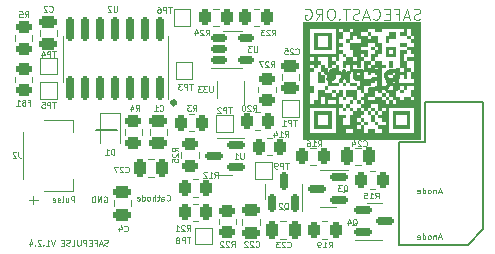
<source format=gbr>
%TF.GenerationSoftware,KiCad,Pcbnew,8.99.0-unknown-2123e2ca9c~177~ubuntu22.04.1*%
%TF.CreationDate,2024-04-04T17:44:23+09:00*%
%TF.ProjectId,SafePulse,53616665-5075-46c7-9365-2e6b69636164,V1.2.4*%
%TF.SameCoordinates,PX78d49e0PY49c7f08*%
%TF.FileFunction,Legend,Bot*%
%TF.FilePolarity,Positive*%
%FSLAX46Y46*%
G04 Gerber Fmt 4.6, Leading zero omitted, Abs format (unit mm)*
G04 Created by KiCad (PCBNEW 8.99.0-unknown-2123e2ca9c~177~ubuntu22.04.1) date 2024-04-04 17:44:23*
%MOMM*%
%LPD*%
G01*
G04 APERTURE LIST*
G04 Aperture macros list*
%AMRoundRect*
0 Rectangle with rounded corners*
0 $1 Rounding radius*
0 $2 $3 $4 $5 $6 $7 $8 $9 X,Y pos of 4 corners*
0 Add a 4 corners polygon primitive as box body*
4,1,4,$2,$3,$4,$5,$6,$7,$8,$9,$2,$3,0*
0 Add four circle primitives for the rounded corners*
1,1,$1+$1,$2,$3*
1,1,$1+$1,$4,$5*
1,1,$1+$1,$6,$7*
1,1,$1+$1,$8,$9*
0 Add four rect primitives between the rounded corners*
20,1,$1+$1,$2,$3,$4,$5,0*
20,1,$1+$1,$4,$5,$6,$7,0*
20,1,$1+$1,$6,$7,$8,$9,0*
20,1,$1+$1,$8,$9,$2,$3,0*%
G04 Aperture macros list end*
%ADD10C,0.150000*%
%ADD11C,0.325000*%
%ADD12C,0.100000*%
%ADD13C,0.075000*%
%ADD14C,0.300000*%
%ADD15C,0.125000*%
%ADD16C,0.000000*%
%ADD17C,0.120000*%
%ADD18C,1.700000*%
%ADD19O,1.700000X1.700000*%
%ADD20C,2.500000*%
%ADD21C,2.800000*%
%ADD22R,1.700000X1.700000*%
%ADD23R,1.000000X1.000000*%
%ADD24RoundRect,0.250000X-0.262500X-0.450000X0.262500X-0.450000X0.262500X0.450000X-0.262500X0.450000X0*%
%ADD25RoundRect,0.150000X0.587500X0.150000X-0.587500X0.150000X-0.587500X-0.150000X0.587500X-0.150000X0*%
%ADD26RoundRect,0.250000X0.262500X0.450000X-0.262500X0.450000X-0.262500X-0.450000X0.262500X-0.450000X0*%
%ADD27RoundRect,0.250000X-0.250000X-0.475000X0.250000X-0.475000X0.250000X0.475000X-0.250000X0.475000X0*%
%ADD28RoundRect,0.250000X-0.475000X0.250000X-0.475000X-0.250000X0.475000X-0.250000X0.475000X0.250000X0*%
%ADD29RoundRect,0.250000X0.450000X-0.262500X0.450000X0.262500X-0.450000X0.262500X-0.450000X-0.262500X0*%
%ADD30RoundRect,0.250000X-0.450000X0.262500X-0.450000X-0.262500X0.450000X-0.262500X0.450000X0.262500X0*%
%ADD31R,0.450000X0.600000*%
%ADD32RoundRect,0.150000X-0.587500X-0.150000X0.587500X-0.150000X0.587500X0.150000X-0.587500X0.150000X0*%
%ADD33RoundRect,0.150000X0.150000X-0.587500X0.150000X0.587500X-0.150000X0.587500X-0.150000X-0.587500X0*%
%ADD34R,1.550000X0.600000*%
%ADD35R,1.800000X1.200000*%
%ADD36RoundRect,0.150000X0.150000X-0.825000X0.150000X0.825000X-0.150000X0.825000X-0.150000X-0.825000X0*%
%ADD37RoundRect,0.250000X0.250000X0.475000X-0.250000X0.475000X-0.250000X-0.475000X0.250000X-0.475000X0*%
%ADD38RoundRect,0.150000X-0.512500X-0.150000X0.512500X-0.150000X0.512500X0.150000X-0.512500X0.150000X0*%
%ADD39RoundRect,0.250000X0.475000X-0.250000X0.475000X0.250000X-0.475000X0.250000X-0.475000X-0.250000X0*%
%ADD40R,0.400000X0.650000*%
G04 APERTURE END LIST*
D10*
X32570000Y-210000D02*
X38400000Y-210000D01*
X39670000Y1165000D02*
X38400000Y-210000D01*
X32570000Y8540000D02*
X34795000Y8540000D01*
X34820000Y11960000D02*
X39670000Y11960000D01*
X6970000Y9595000D02*
X8670000Y9595000D01*
X39670000Y11960000D02*
X39670000Y1165000D01*
X32550000Y8530000D02*
X32550000Y-210000D01*
D11*
X13662500Y11865000D02*
G75*
G02*
X13337500Y11865000I-162500J0D01*
G01*
X13337500Y11865000D02*
G75*
G02*
X13662500Y11865000I162500J0D01*
G01*
D10*
X34820000Y8540000D02*
X34820000Y11960000D01*
D12*
X7605952Y3915081D02*
X7653571Y3938891D01*
X7653571Y3938891D02*
X7725000Y3938891D01*
X7725000Y3938891D02*
X7796428Y3915081D01*
X7796428Y3915081D02*
X7844047Y3867462D01*
X7844047Y3867462D02*
X7867857Y3819843D01*
X7867857Y3819843D02*
X7891666Y3724605D01*
X7891666Y3724605D02*
X7891666Y3653177D01*
X7891666Y3653177D02*
X7867857Y3557939D01*
X7867857Y3557939D02*
X7844047Y3510320D01*
X7844047Y3510320D02*
X7796428Y3462700D01*
X7796428Y3462700D02*
X7725000Y3438891D01*
X7725000Y3438891D02*
X7677381Y3438891D01*
X7677381Y3438891D02*
X7605952Y3462700D01*
X7605952Y3462700D02*
X7582143Y3486510D01*
X7582143Y3486510D02*
X7582143Y3653177D01*
X7582143Y3653177D02*
X7677381Y3653177D01*
X7367857Y3438891D02*
X7367857Y3938891D01*
X7367857Y3938891D02*
X7082143Y3438891D01*
X7082143Y3438891D02*
X7082143Y3938891D01*
X6844047Y3438891D02*
X6844047Y3938891D01*
X6844047Y3938891D02*
X6724999Y3938891D01*
X6724999Y3938891D02*
X6653571Y3915081D01*
X6653571Y3915081D02*
X6605952Y3867462D01*
X6605952Y3867462D02*
X6582142Y3819843D01*
X6582142Y3819843D02*
X6558333Y3724605D01*
X6558333Y3724605D02*
X6558333Y3653177D01*
X6558333Y3653177D02*
X6582142Y3557939D01*
X6582142Y3557939D02*
X6605952Y3510320D01*
X6605952Y3510320D02*
X6653571Y3462700D01*
X6653571Y3462700D02*
X6724999Y3438891D01*
X6724999Y3438891D02*
X6844047Y3438891D01*
X34371714Y18936950D02*
X34236000Y18891712D01*
X34236000Y18891712D02*
X34009809Y18891712D01*
X34009809Y18891712D02*
X33919333Y18936950D01*
X33919333Y18936950D02*
X33874095Y18982189D01*
X33874095Y18982189D02*
X33828857Y19072665D01*
X33828857Y19072665D02*
X33828857Y19163141D01*
X33828857Y19163141D02*
X33874095Y19253617D01*
X33874095Y19253617D02*
X33919333Y19298855D01*
X33919333Y19298855D02*
X34009809Y19344093D01*
X34009809Y19344093D02*
X34190762Y19389331D01*
X34190762Y19389331D02*
X34281238Y19434570D01*
X34281238Y19434570D02*
X34326476Y19479808D01*
X34326476Y19479808D02*
X34371714Y19570284D01*
X34371714Y19570284D02*
X34371714Y19660760D01*
X34371714Y19660760D02*
X34326476Y19751236D01*
X34326476Y19751236D02*
X34281238Y19796474D01*
X34281238Y19796474D02*
X34190762Y19841712D01*
X34190762Y19841712D02*
X33964571Y19841712D01*
X33964571Y19841712D02*
X33828857Y19796474D01*
X33466952Y19163141D02*
X33014571Y19163141D01*
X33557428Y18891712D02*
X33240762Y19841712D01*
X33240762Y19841712D02*
X32924095Y18891712D01*
X32290761Y19389331D02*
X32607428Y19389331D01*
X32607428Y18891712D02*
X32607428Y19841712D01*
X32607428Y19841712D02*
X32155047Y19841712D01*
X31793142Y19389331D02*
X31476475Y19389331D01*
X31340761Y18891712D02*
X31793142Y18891712D01*
X31793142Y18891712D02*
X31793142Y19841712D01*
X31793142Y19841712D02*
X31340761Y19841712D01*
X30390761Y18982189D02*
X30435999Y18936950D01*
X30435999Y18936950D02*
X30571713Y18891712D01*
X30571713Y18891712D02*
X30662189Y18891712D01*
X30662189Y18891712D02*
X30797904Y18936950D01*
X30797904Y18936950D02*
X30888380Y19027427D01*
X30888380Y19027427D02*
X30933618Y19117903D01*
X30933618Y19117903D02*
X30978856Y19298855D01*
X30978856Y19298855D02*
X30978856Y19434570D01*
X30978856Y19434570D02*
X30933618Y19615522D01*
X30933618Y19615522D02*
X30888380Y19705998D01*
X30888380Y19705998D02*
X30797904Y19796474D01*
X30797904Y19796474D02*
X30662189Y19841712D01*
X30662189Y19841712D02*
X30571713Y19841712D01*
X30571713Y19841712D02*
X30435999Y19796474D01*
X30435999Y19796474D02*
X30390761Y19751236D01*
X30028856Y19163141D02*
X29576475Y19163141D01*
X30119332Y18891712D02*
X29802666Y19841712D01*
X29802666Y19841712D02*
X29485999Y18891712D01*
X29214570Y18936950D02*
X29078856Y18891712D01*
X29078856Y18891712D02*
X28852665Y18891712D01*
X28852665Y18891712D02*
X28762189Y18936950D01*
X28762189Y18936950D02*
X28716951Y18982189D01*
X28716951Y18982189D02*
X28671713Y19072665D01*
X28671713Y19072665D02*
X28671713Y19163141D01*
X28671713Y19163141D02*
X28716951Y19253617D01*
X28716951Y19253617D02*
X28762189Y19298855D01*
X28762189Y19298855D02*
X28852665Y19344093D01*
X28852665Y19344093D02*
X29033618Y19389331D01*
X29033618Y19389331D02*
X29124094Y19434570D01*
X29124094Y19434570D02*
X29169332Y19479808D01*
X29169332Y19479808D02*
X29214570Y19570284D01*
X29214570Y19570284D02*
X29214570Y19660760D01*
X29214570Y19660760D02*
X29169332Y19751236D01*
X29169332Y19751236D02*
X29124094Y19796474D01*
X29124094Y19796474D02*
X29033618Y19841712D01*
X29033618Y19841712D02*
X28807427Y19841712D01*
X28807427Y19841712D02*
X28671713Y19796474D01*
X28400284Y19841712D02*
X27857427Y19841712D01*
X28128856Y18891712D02*
X28128856Y19841712D01*
X27540760Y18982189D02*
X27495522Y18936950D01*
X27495522Y18936950D02*
X27540760Y18891712D01*
X27540760Y18891712D02*
X27585998Y18936950D01*
X27585998Y18936950D02*
X27540760Y18982189D01*
X27540760Y18982189D02*
X27540760Y18891712D01*
X26907427Y19841712D02*
X26726474Y19841712D01*
X26726474Y19841712D02*
X26635998Y19796474D01*
X26635998Y19796474D02*
X26545522Y19705998D01*
X26545522Y19705998D02*
X26500284Y19525046D01*
X26500284Y19525046D02*
X26500284Y19208379D01*
X26500284Y19208379D02*
X26545522Y19027427D01*
X26545522Y19027427D02*
X26635998Y18936950D01*
X26635998Y18936950D02*
X26726474Y18891712D01*
X26726474Y18891712D02*
X26907427Y18891712D01*
X26907427Y18891712D02*
X26997903Y18936950D01*
X26997903Y18936950D02*
X27088379Y19027427D01*
X27088379Y19027427D02*
X27133617Y19208379D01*
X27133617Y19208379D02*
X27133617Y19525046D01*
X27133617Y19525046D02*
X27088379Y19705998D01*
X27088379Y19705998D02*
X26997903Y19796474D01*
X26997903Y19796474D02*
X26907427Y19841712D01*
X25550284Y18891712D02*
X25866951Y19344093D01*
X26093141Y18891712D02*
X26093141Y19841712D01*
X26093141Y19841712D02*
X25731236Y19841712D01*
X25731236Y19841712D02*
X25640760Y19796474D01*
X25640760Y19796474D02*
X25595522Y19751236D01*
X25595522Y19751236D02*
X25550284Y19660760D01*
X25550284Y19660760D02*
X25550284Y19525046D01*
X25550284Y19525046D02*
X25595522Y19434570D01*
X25595522Y19434570D02*
X25640760Y19389331D01*
X25640760Y19389331D02*
X25731236Y19344093D01*
X25731236Y19344093D02*
X26093141Y19344093D01*
X24645522Y19796474D02*
X24735998Y19841712D01*
X24735998Y19841712D02*
X24871712Y19841712D01*
X24871712Y19841712D02*
X25007427Y19796474D01*
X25007427Y19796474D02*
X25097903Y19705998D01*
X25097903Y19705998D02*
X25143141Y19615522D01*
X25143141Y19615522D02*
X25188379Y19434570D01*
X25188379Y19434570D02*
X25188379Y19298855D01*
X25188379Y19298855D02*
X25143141Y19117903D01*
X25143141Y19117903D02*
X25097903Y19027427D01*
X25097903Y19027427D02*
X25007427Y18936950D01*
X25007427Y18936950D02*
X24871712Y18891712D01*
X24871712Y18891712D02*
X24781236Y18891712D01*
X24781236Y18891712D02*
X24645522Y18936950D01*
X24645522Y18936950D02*
X24600284Y18982189D01*
X24600284Y18982189D02*
X24600284Y19298855D01*
X24600284Y19298855D02*
X24781236Y19298855D01*
X2021951Y3648534D02*
X1260047Y3648534D01*
X1640999Y3267581D02*
X1640999Y4029486D01*
D13*
X7933330Y-203600D02*
X7861902Y-227409D01*
X7861902Y-227409D02*
X7742854Y-227409D01*
X7742854Y-227409D02*
X7695235Y-203600D01*
X7695235Y-203600D02*
X7671426Y-179790D01*
X7671426Y-179790D02*
X7647616Y-132171D01*
X7647616Y-132171D02*
X7647616Y-84552D01*
X7647616Y-84552D02*
X7671426Y-36933D01*
X7671426Y-36933D02*
X7695235Y-13123D01*
X7695235Y-13123D02*
X7742854Y10686D01*
X7742854Y10686D02*
X7838092Y34496D01*
X7838092Y34496D02*
X7885711Y58305D01*
X7885711Y58305D02*
X7909521Y82115D01*
X7909521Y82115D02*
X7933330Y129734D01*
X7933330Y129734D02*
X7933330Y177353D01*
X7933330Y177353D02*
X7909521Y224972D01*
X7909521Y224972D02*
X7885711Y248781D01*
X7885711Y248781D02*
X7838092Y272591D01*
X7838092Y272591D02*
X7719045Y272591D01*
X7719045Y272591D02*
X7647616Y248781D01*
X7457140Y-84552D02*
X7219045Y-84552D01*
X7504759Y-227409D02*
X7338093Y272591D01*
X7338093Y272591D02*
X7171426Y-227409D01*
X6838093Y34496D02*
X7004760Y34496D01*
X7004760Y-227409D02*
X7004760Y272591D01*
X7004760Y272591D02*
X6766665Y272591D01*
X6576189Y34496D02*
X6409522Y34496D01*
X6338094Y-227409D02*
X6576189Y-227409D01*
X6576189Y-227409D02*
X6576189Y272591D01*
X6576189Y272591D02*
X6338094Y272591D01*
X6123808Y-227409D02*
X6123808Y272591D01*
X6123808Y272591D02*
X5933332Y272591D01*
X5933332Y272591D02*
X5885713Y248781D01*
X5885713Y248781D02*
X5861903Y224972D01*
X5861903Y224972D02*
X5838094Y177353D01*
X5838094Y177353D02*
X5838094Y105924D01*
X5838094Y105924D02*
X5861903Y58305D01*
X5861903Y58305D02*
X5885713Y34496D01*
X5885713Y34496D02*
X5933332Y10686D01*
X5933332Y10686D02*
X6123808Y10686D01*
X5623808Y272591D02*
X5623808Y-132171D01*
X5623808Y-132171D02*
X5599998Y-179790D01*
X5599998Y-179790D02*
X5576189Y-203600D01*
X5576189Y-203600D02*
X5528570Y-227409D01*
X5528570Y-227409D02*
X5433332Y-227409D01*
X5433332Y-227409D02*
X5385713Y-203600D01*
X5385713Y-203600D02*
X5361903Y-179790D01*
X5361903Y-179790D02*
X5338094Y-132171D01*
X5338094Y-132171D02*
X5338094Y272591D01*
X4861903Y-227409D02*
X5099998Y-227409D01*
X5099998Y-227409D02*
X5099998Y272591D01*
X4719045Y-203600D02*
X4647617Y-227409D01*
X4647617Y-227409D02*
X4528569Y-227409D01*
X4528569Y-227409D02*
X4480950Y-203600D01*
X4480950Y-203600D02*
X4457141Y-179790D01*
X4457141Y-179790D02*
X4433331Y-132171D01*
X4433331Y-132171D02*
X4433331Y-84552D01*
X4433331Y-84552D02*
X4457141Y-36933D01*
X4457141Y-36933D02*
X4480950Y-13123D01*
X4480950Y-13123D02*
X4528569Y10686D01*
X4528569Y10686D02*
X4623807Y34496D01*
X4623807Y34496D02*
X4671426Y58305D01*
X4671426Y58305D02*
X4695236Y82115D01*
X4695236Y82115D02*
X4719045Y129734D01*
X4719045Y129734D02*
X4719045Y177353D01*
X4719045Y177353D02*
X4695236Y224972D01*
X4695236Y224972D02*
X4671426Y248781D01*
X4671426Y248781D02*
X4623807Y272591D01*
X4623807Y272591D02*
X4504760Y272591D01*
X4504760Y272591D02*
X4433331Y248781D01*
X4219046Y34496D02*
X4052379Y34496D01*
X3980951Y-227409D02*
X4219046Y-227409D01*
X4219046Y-227409D02*
X4219046Y272591D01*
X4219046Y272591D02*
X3980951Y272591D01*
X3457141Y272591D02*
X3290475Y-227409D01*
X3290475Y-227409D02*
X3123808Y272591D01*
X2695237Y-227409D02*
X2980951Y-227409D01*
X2838094Y-227409D02*
X2838094Y272591D01*
X2838094Y272591D02*
X2885713Y201162D01*
X2885713Y201162D02*
X2933332Y153543D01*
X2933332Y153543D02*
X2980951Y129734D01*
X2480952Y-179790D02*
X2457142Y-203600D01*
X2457142Y-203600D02*
X2480952Y-227409D01*
X2480952Y-227409D02*
X2504761Y-203600D01*
X2504761Y-203600D02*
X2480952Y-179790D01*
X2480952Y-179790D02*
X2480952Y-227409D01*
X2266666Y224972D02*
X2242857Y248781D01*
X2242857Y248781D02*
X2195238Y272591D01*
X2195238Y272591D02*
X2076190Y272591D01*
X2076190Y272591D02*
X2028571Y248781D01*
X2028571Y248781D02*
X2004762Y224972D01*
X2004762Y224972D02*
X1980952Y177353D01*
X1980952Y177353D02*
X1980952Y129734D01*
X1980952Y129734D02*
X2004762Y58305D01*
X2004762Y58305D02*
X2290476Y-227409D01*
X2290476Y-227409D02*
X1980952Y-227409D01*
X1766667Y-179790D02*
X1742857Y-203600D01*
X1742857Y-203600D02*
X1766667Y-227409D01*
X1766667Y-227409D02*
X1790476Y-203600D01*
X1790476Y-203600D02*
X1766667Y-179790D01*
X1766667Y-179790D02*
X1766667Y-227409D01*
X1314286Y105924D02*
X1314286Y-227409D01*
X1433334Y296400D02*
X1552381Y-60742D01*
X1552381Y-60742D02*
X1242858Y-60742D01*
D12*
X5085761Y3438891D02*
X5085761Y3938891D01*
X5085761Y3938891D02*
X4895285Y3938891D01*
X4895285Y3938891D02*
X4847666Y3915081D01*
X4847666Y3915081D02*
X4823856Y3891272D01*
X4823856Y3891272D02*
X4800047Y3843653D01*
X4800047Y3843653D02*
X4800047Y3772224D01*
X4800047Y3772224D02*
X4823856Y3724605D01*
X4823856Y3724605D02*
X4847666Y3700796D01*
X4847666Y3700796D02*
X4895285Y3676986D01*
X4895285Y3676986D02*
X5085761Y3676986D01*
X4371475Y3772224D02*
X4371475Y3438891D01*
X4585761Y3772224D02*
X4585761Y3510320D01*
X4585761Y3510320D02*
X4561951Y3462700D01*
X4561951Y3462700D02*
X4514332Y3438891D01*
X4514332Y3438891D02*
X4442904Y3438891D01*
X4442904Y3438891D02*
X4395285Y3462700D01*
X4395285Y3462700D02*
X4371475Y3486510D01*
X4061951Y3438891D02*
X4109570Y3462700D01*
X4109570Y3462700D02*
X4133380Y3510320D01*
X4133380Y3510320D02*
X4133380Y3938891D01*
X3895284Y3462700D02*
X3847665Y3438891D01*
X3847665Y3438891D02*
X3752427Y3438891D01*
X3752427Y3438891D02*
X3704808Y3462700D01*
X3704808Y3462700D02*
X3680999Y3510320D01*
X3680999Y3510320D02*
X3680999Y3534129D01*
X3680999Y3534129D02*
X3704808Y3581748D01*
X3704808Y3581748D02*
X3752427Y3605558D01*
X3752427Y3605558D02*
X3823856Y3605558D01*
X3823856Y3605558D02*
X3871475Y3629367D01*
X3871475Y3629367D02*
X3895284Y3676986D01*
X3895284Y3676986D02*
X3895284Y3700796D01*
X3895284Y3700796D02*
X3871475Y3748415D01*
X3871475Y3748415D02*
X3823856Y3772224D01*
X3823856Y3772224D02*
X3752427Y3772224D01*
X3752427Y3772224D02*
X3704808Y3748415D01*
X3276237Y3462700D02*
X3323856Y3438891D01*
X3323856Y3438891D02*
X3419094Y3438891D01*
X3419094Y3438891D02*
X3466713Y3462700D01*
X3466713Y3462700D02*
X3490522Y3510320D01*
X3490522Y3510320D02*
X3490522Y3700796D01*
X3490522Y3700796D02*
X3466713Y3748415D01*
X3466713Y3748415D02*
X3419094Y3772224D01*
X3419094Y3772224D02*
X3323856Y3772224D01*
X3323856Y3772224D02*
X3276237Y3748415D01*
X3276237Y3748415D02*
X3252427Y3700796D01*
X3252427Y3700796D02*
X3252427Y3653177D01*
X3252427Y3653177D02*
X3490522Y3605558D01*
D13*
X36151903Y4335448D02*
X35913808Y4335448D01*
X36199522Y4192591D02*
X36032856Y4692591D01*
X36032856Y4692591D02*
X35866189Y4192591D01*
X35699523Y4525924D02*
X35699523Y4192591D01*
X35699523Y4478305D02*
X35675713Y4502115D01*
X35675713Y4502115D02*
X35628094Y4525924D01*
X35628094Y4525924D02*
X35556666Y4525924D01*
X35556666Y4525924D02*
X35509047Y4502115D01*
X35509047Y4502115D02*
X35485237Y4454496D01*
X35485237Y4454496D02*
X35485237Y4192591D01*
X35175713Y4192591D02*
X35223332Y4216400D01*
X35223332Y4216400D02*
X35247142Y4240210D01*
X35247142Y4240210D02*
X35270951Y4287829D01*
X35270951Y4287829D02*
X35270951Y4430686D01*
X35270951Y4430686D02*
X35247142Y4478305D01*
X35247142Y4478305D02*
X35223332Y4502115D01*
X35223332Y4502115D02*
X35175713Y4525924D01*
X35175713Y4525924D02*
X35104285Y4525924D01*
X35104285Y4525924D02*
X35056666Y4502115D01*
X35056666Y4502115D02*
X35032856Y4478305D01*
X35032856Y4478305D02*
X35009047Y4430686D01*
X35009047Y4430686D02*
X35009047Y4287829D01*
X35009047Y4287829D02*
X35032856Y4240210D01*
X35032856Y4240210D02*
X35056666Y4216400D01*
X35056666Y4216400D02*
X35104285Y4192591D01*
X35104285Y4192591D02*
X35175713Y4192591D01*
X34580475Y4192591D02*
X34580475Y4692591D01*
X34580475Y4216400D02*
X34628094Y4192591D01*
X34628094Y4192591D02*
X34723332Y4192591D01*
X34723332Y4192591D02*
X34770951Y4216400D01*
X34770951Y4216400D02*
X34794761Y4240210D01*
X34794761Y4240210D02*
X34818570Y4287829D01*
X34818570Y4287829D02*
X34818570Y4430686D01*
X34818570Y4430686D02*
X34794761Y4478305D01*
X34794761Y4478305D02*
X34770951Y4502115D01*
X34770951Y4502115D02*
X34723332Y4525924D01*
X34723332Y4525924D02*
X34628094Y4525924D01*
X34628094Y4525924D02*
X34580475Y4502115D01*
X34151904Y4216400D02*
X34199523Y4192591D01*
X34199523Y4192591D02*
X34294761Y4192591D01*
X34294761Y4192591D02*
X34342380Y4216400D01*
X34342380Y4216400D02*
X34366189Y4264020D01*
X34366189Y4264020D02*
X34366189Y4454496D01*
X34366189Y4454496D02*
X34342380Y4502115D01*
X34342380Y4502115D02*
X34294761Y4525924D01*
X34294761Y4525924D02*
X34199523Y4525924D01*
X34199523Y4525924D02*
X34151904Y4502115D01*
X34151904Y4502115D02*
X34128094Y4454496D01*
X34128094Y4454496D02*
X34128094Y4406877D01*
X34128094Y4406877D02*
X34366189Y4359258D01*
X36151903Y465448D02*
X35913808Y465448D01*
X36199522Y322591D02*
X36032856Y822591D01*
X36032856Y822591D02*
X35866189Y322591D01*
X35699523Y655924D02*
X35699523Y322591D01*
X35699523Y608305D02*
X35675713Y632115D01*
X35675713Y632115D02*
X35628094Y655924D01*
X35628094Y655924D02*
X35556666Y655924D01*
X35556666Y655924D02*
X35509047Y632115D01*
X35509047Y632115D02*
X35485237Y584496D01*
X35485237Y584496D02*
X35485237Y322591D01*
X35175713Y322591D02*
X35223332Y346400D01*
X35223332Y346400D02*
X35247142Y370210D01*
X35247142Y370210D02*
X35270951Y417829D01*
X35270951Y417829D02*
X35270951Y560686D01*
X35270951Y560686D02*
X35247142Y608305D01*
X35247142Y608305D02*
X35223332Y632115D01*
X35223332Y632115D02*
X35175713Y655924D01*
X35175713Y655924D02*
X35104285Y655924D01*
X35104285Y655924D02*
X35056666Y632115D01*
X35056666Y632115D02*
X35032856Y608305D01*
X35032856Y608305D02*
X35009047Y560686D01*
X35009047Y560686D02*
X35009047Y417829D01*
X35009047Y417829D02*
X35032856Y370210D01*
X35032856Y370210D02*
X35056666Y346400D01*
X35056666Y346400D02*
X35104285Y322591D01*
X35104285Y322591D02*
X35175713Y322591D01*
X34580475Y322591D02*
X34580475Y822591D01*
X34580475Y346400D02*
X34628094Y322591D01*
X34628094Y322591D02*
X34723332Y322591D01*
X34723332Y322591D02*
X34770951Y346400D01*
X34770951Y346400D02*
X34794761Y370210D01*
X34794761Y370210D02*
X34818570Y417829D01*
X34818570Y417829D02*
X34818570Y560686D01*
X34818570Y560686D02*
X34794761Y608305D01*
X34794761Y608305D02*
X34770951Y632115D01*
X34770951Y632115D02*
X34723332Y655924D01*
X34723332Y655924D02*
X34628094Y655924D01*
X34628094Y655924D02*
X34580475Y632115D01*
X34151904Y346400D02*
X34199523Y322591D01*
X34199523Y322591D02*
X34294761Y322591D01*
X34294761Y322591D02*
X34342380Y346400D01*
X34342380Y346400D02*
X34366189Y394020D01*
X34366189Y394020D02*
X34366189Y584496D01*
X34366189Y584496D02*
X34342380Y632115D01*
X34342380Y632115D02*
X34294761Y655924D01*
X34294761Y655924D02*
X34199523Y655924D01*
X34199523Y655924D02*
X34151904Y632115D01*
X34151904Y632115D02*
X34128094Y584496D01*
X34128094Y584496D02*
X34128094Y536877D01*
X34128094Y536877D02*
X34366189Y489258D01*
X12907142Y3620210D02*
X12930951Y3596400D01*
X12930951Y3596400D02*
X13002380Y3572591D01*
X13002380Y3572591D02*
X13049999Y3572591D01*
X13049999Y3572591D02*
X13121427Y3596400D01*
X13121427Y3596400D02*
X13169046Y3644020D01*
X13169046Y3644020D02*
X13192856Y3691639D01*
X13192856Y3691639D02*
X13216665Y3786877D01*
X13216665Y3786877D02*
X13216665Y3858305D01*
X13216665Y3858305D02*
X13192856Y3953543D01*
X13192856Y3953543D02*
X13169046Y4001162D01*
X13169046Y4001162D02*
X13121427Y4048781D01*
X13121427Y4048781D02*
X13049999Y4072591D01*
X13049999Y4072591D02*
X13002380Y4072591D01*
X13002380Y4072591D02*
X12930951Y4048781D01*
X12930951Y4048781D02*
X12907142Y4024972D01*
X12478570Y3572591D02*
X12478570Y3834496D01*
X12478570Y3834496D02*
X12502380Y3882115D01*
X12502380Y3882115D02*
X12549999Y3905924D01*
X12549999Y3905924D02*
X12645237Y3905924D01*
X12645237Y3905924D02*
X12692856Y3882115D01*
X12478570Y3596400D02*
X12526189Y3572591D01*
X12526189Y3572591D02*
X12645237Y3572591D01*
X12645237Y3572591D02*
X12692856Y3596400D01*
X12692856Y3596400D02*
X12716665Y3644020D01*
X12716665Y3644020D02*
X12716665Y3691639D01*
X12716665Y3691639D02*
X12692856Y3739258D01*
X12692856Y3739258D02*
X12645237Y3763067D01*
X12645237Y3763067D02*
X12526189Y3763067D01*
X12526189Y3763067D02*
X12478570Y3786877D01*
X12311903Y3905924D02*
X12121427Y3905924D01*
X12240475Y4072591D02*
X12240475Y3644020D01*
X12240475Y3644020D02*
X12216665Y3596400D01*
X12216665Y3596400D02*
X12169046Y3572591D01*
X12169046Y3572591D02*
X12121427Y3572591D01*
X11954761Y3572591D02*
X11954761Y4072591D01*
X11740475Y3572591D02*
X11740475Y3834496D01*
X11740475Y3834496D02*
X11764285Y3882115D01*
X11764285Y3882115D02*
X11811904Y3905924D01*
X11811904Y3905924D02*
X11883332Y3905924D01*
X11883332Y3905924D02*
X11930951Y3882115D01*
X11930951Y3882115D02*
X11954761Y3858305D01*
X11430951Y3572591D02*
X11478570Y3596400D01*
X11478570Y3596400D02*
X11502380Y3620210D01*
X11502380Y3620210D02*
X11526189Y3667829D01*
X11526189Y3667829D02*
X11526189Y3810686D01*
X11526189Y3810686D02*
X11502380Y3858305D01*
X11502380Y3858305D02*
X11478570Y3882115D01*
X11478570Y3882115D02*
X11430951Y3905924D01*
X11430951Y3905924D02*
X11359523Y3905924D01*
X11359523Y3905924D02*
X11311904Y3882115D01*
X11311904Y3882115D02*
X11288094Y3858305D01*
X11288094Y3858305D02*
X11264285Y3810686D01*
X11264285Y3810686D02*
X11264285Y3667829D01*
X11264285Y3667829D02*
X11288094Y3620210D01*
X11288094Y3620210D02*
X11311904Y3596400D01*
X11311904Y3596400D02*
X11359523Y3572591D01*
X11359523Y3572591D02*
X11430951Y3572591D01*
X10835713Y3572591D02*
X10835713Y4072591D01*
X10835713Y3596400D02*
X10883332Y3572591D01*
X10883332Y3572591D02*
X10978570Y3572591D01*
X10978570Y3572591D02*
X11026189Y3596400D01*
X11026189Y3596400D02*
X11049999Y3620210D01*
X11049999Y3620210D02*
X11073808Y3667829D01*
X11073808Y3667829D02*
X11073808Y3810686D01*
X11073808Y3810686D02*
X11049999Y3858305D01*
X11049999Y3858305D02*
X11026189Y3882115D01*
X11026189Y3882115D02*
X10978570Y3905924D01*
X10978570Y3905924D02*
X10883332Y3905924D01*
X10883332Y3905924D02*
X10835713Y3882115D01*
X10407142Y3596400D02*
X10454761Y3572591D01*
X10454761Y3572591D02*
X10549999Y3572591D01*
X10549999Y3572591D02*
X10597618Y3596400D01*
X10597618Y3596400D02*
X10621427Y3644020D01*
X10621427Y3644020D02*
X10621427Y3834496D01*
X10621427Y3834496D02*
X10597618Y3882115D01*
X10597618Y3882115D02*
X10549999Y3905924D01*
X10549999Y3905924D02*
X10454761Y3905924D01*
X10454761Y3905924D02*
X10407142Y3882115D01*
X10407142Y3882115D02*
X10383332Y3834496D01*
X10383332Y3834496D02*
X10383332Y3786877D01*
X10383332Y3786877D02*
X10621427Y3739258D01*
D14*
X31517999Y13048569D02*
X32025999Y13774283D01*
X32388856Y13048569D02*
X32388856Y14572569D01*
X32388856Y14572569D02*
X31808285Y14572569D01*
X31808285Y14572569D02*
X31663142Y14499998D01*
X31663142Y14499998D02*
X31590571Y14427426D01*
X31590571Y14427426D02*
X31517999Y14282283D01*
X31517999Y14282283D02*
X31517999Y14064569D01*
X31517999Y14064569D02*
X31590571Y13919426D01*
X31590571Y13919426D02*
X31663142Y13846855D01*
X31663142Y13846855D02*
X31808285Y13774283D01*
X31808285Y13774283D02*
X32388856Y13774283D01*
X30864856Y13846855D02*
X30356856Y13846855D01*
X30139142Y13048569D02*
X30864856Y13048569D01*
X30864856Y13048569D02*
X30864856Y14572569D01*
X30864856Y14572569D02*
X30139142Y14572569D01*
X28977999Y13846855D02*
X29485999Y13846855D01*
X29485999Y13048569D02*
X29485999Y14572569D01*
X29485999Y14572569D02*
X28760285Y14572569D01*
X27961999Y14572569D02*
X27961999Y14209712D01*
X28324856Y14354855D02*
X27961999Y14209712D01*
X27961999Y14209712D02*
X27599142Y14354855D01*
X28179713Y13919426D02*
X27961999Y14209712D01*
X27961999Y14209712D02*
X27744285Y13919426D01*
X26800856Y14572569D02*
X26800856Y14209712D01*
X27163713Y14354855D02*
X26800856Y14209712D01*
X26800856Y14209712D02*
X26437999Y14354855D01*
X27018570Y13919426D02*
X26800856Y14209712D01*
X26800856Y14209712D02*
X26583142Y13919426D01*
D13*
X3530951Y11922591D02*
X3245237Y11922591D01*
X3388094Y11422591D02*
X3388094Y11922591D01*
X3078571Y11422591D02*
X3078571Y11922591D01*
X3078571Y11922591D02*
X2888095Y11922591D01*
X2888095Y11922591D02*
X2840476Y11898781D01*
X2840476Y11898781D02*
X2816666Y11874972D01*
X2816666Y11874972D02*
X2792857Y11827353D01*
X2792857Y11827353D02*
X2792857Y11755924D01*
X2792857Y11755924D02*
X2816666Y11708305D01*
X2816666Y11708305D02*
X2840476Y11684496D01*
X2840476Y11684496D02*
X2888095Y11660686D01*
X2888095Y11660686D02*
X3078571Y11660686D01*
X2340476Y11922591D02*
X2578571Y11922591D01*
X2578571Y11922591D02*
X2602380Y11684496D01*
X2602380Y11684496D02*
X2578571Y11708305D01*
X2578571Y11708305D02*
X2530952Y11732115D01*
X2530952Y11732115D02*
X2411904Y11732115D01*
X2411904Y11732115D02*
X2364285Y11708305D01*
X2364285Y11708305D02*
X2340476Y11684496D01*
X2340476Y11684496D02*
X2316666Y11636877D01*
X2316666Y11636877D02*
X2316666Y11517829D01*
X2316666Y11517829D02*
X2340476Y11470210D01*
X2340476Y11470210D02*
X2364285Y11446400D01*
X2364285Y11446400D02*
X2411904Y11422591D01*
X2411904Y11422591D02*
X2530952Y11422591D01*
X2530952Y11422591D02*
X2578571Y11446400D01*
X2578571Y11446400D02*
X2602380Y11470210D01*
X14621428Y1022591D02*
X14788094Y1260686D01*
X14907142Y1022591D02*
X14907142Y1522591D01*
X14907142Y1522591D02*
X14716666Y1522591D01*
X14716666Y1522591D02*
X14669047Y1498781D01*
X14669047Y1498781D02*
X14645237Y1474972D01*
X14645237Y1474972D02*
X14621428Y1427353D01*
X14621428Y1427353D02*
X14621428Y1355924D01*
X14621428Y1355924D02*
X14645237Y1308305D01*
X14645237Y1308305D02*
X14669047Y1284496D01*
X14669047Y1284496D02*
X14716666Y1260686D01*
X14716666Y1260686D02*
X14907142Y1260686D01*
X14430951Y1474972D02*
X14407142Y1498781D01*
X14407142Y1498781D02*
X14359523Y1522591D01*
X14359523Y1522591D02*
X14240475Y1522591D01*
X14240475Y1522591D02*
X14192856Y1498781D01*
X14192856Y1498781D02*
X14169047Y1474972D01*
X14169047Y1474972D02*
X14145237Y1427353D01*
X14145237Y1427353D02*
X14145237Y1379734D01*
X14145237Y1379734D02*
X14169047Y1308305D01*
X14169047Y1308305D02*
X14454761Y1022591D01*
X14454761Y1022591D02*
X14145237Y1022591D01*
X13669047Y1022591D02*
X13954761Y1022591D01*
X13811904Y1022591D02*
X13811904Y1522591D01*
X13811904Y1522591D02*
X13859523Y1451162D01*
X13859523Y1451162D02*
X13907142Y1403543D01*
X13907142Y1403543D02*
X13954761Y1379734D01*
X23930951Y10437591D02*
X23645237Y10437591D01*
X23788094Y9937591D02*
X23788094Y10437591D01*
X23478571Y9937591D02*
X23478571Y10437591D01*
X23478571Y10437591D02*
X23288095Y10437591D01*
X23288095Y10437591D02*
X23240476Y10413781D01*
X23240476Y10413781D02*
X23216666Y10389972D01*
X23216666Y10389972D02*
X23192857Y10342353D01*
X23192857Y10342353D02*
X23192857Y10270924D01*
X23192857Y10270924D02*
X23216666Y10223305D01*
X23216666Y10223305D02*
X23240476Y10199496D01*
X23240476Y10199496D02*
X23288095Y10175686D01*
X23288095Y10175686D02*
X23478571Y10175686D01*
X22716666Y9937591D02*
X23002380Y9937591D01*
X22859523Y9937591D02*
X22859523Y10437591D01*
X22859523Y10437591D02*
X22907142Y10366162D01*
X22907142Y10366162D02*
X22954761Y10318543D01*
X22954761Y10318543D02*
X23002380Y10294734D01*
X16963428Y5528591D02*
X17130094Y5766686D01*
X17249142Y5528591D02*
X17249142Y6028591D01*
X17249142Y6028591D02*
X17058666Y6028591D01*
X17058666Y6028591D02*
X17011047Y6004781D01*
X17011047Y6004781D02*
X16987237Y5980972D01*
X16987237Y5980972D02*
X16963428Y5933353D01*
X16963428Y5933353D02*
X16963428Y5861924D01*
X16963428Y5861924D02*
X16987237Y5814305D01*
X16987237Y5814305D02*
X17011047Y5790496D01*
X17011047Y5790496D02*
X17058666Y5766686D01*
X17058666Y5766686D02*
X17249142Y5766686D01*
X16487237Y5528591D02*
X16772951Y5528591D01*
X16630094Y5528591D02*
X16630094Y6028591D01*
X16630094Y6028591D02*
X16677713Y5957162D01*
X16677713Y5957162D02*
X16725332Y5909543D01*
X16725332Y5909543D02*
X16772951Y5885734D01*
X16296761Y5980972D02*
X16272952Y6004781D01*
X16272952Y6004781D02*
X16225333Y6028591D01*
X16225333Y6028591D02*
X16106285Y6028591D01*
X16106285Y6028591D02*
X16058666Y6004781D01*
X16058666Y6004781D02*
X16034857Y5980972D01*
X16034857Y5980972D02*
X16011047Y5933353D01*
X16011047Y5933353D02*
X16011047Y5885734D01*
X16011047Y5885734D02*
X16034857Y5814305D01*
X16034857Y5814305D02*
X16320571Y5528591D01*
X16320571Y5528591D02*
X16011047Y5528591D01*
X27867619Y4319972D02*
X27915238Y4343781D01*
X27915238Y4343781D02*
X27962857Y4391400D01*
X27962857Y4391400D02*
X28034285Y4462829D01*
X28034285Y4462829D02*
X28081904Y4486639D01*
X28081904Y4486639D02*
X28129523Y4486639D01*
X28105714Y4367591D02*
X28153333Y4391400D01*
X28153333Y4391400D02*
X28200952Y4439020D01*
X28200952Y4439020D02*
X28224761Y4534258D01*
X28224761Y4534258D02*
X28224761Y4700924D01*
X28224761Y4700924D02*
X28200952Y4796162D01*
X28200952Y4796162D02*
X28153333Y4843781D01*
X28153333Y4843781D02*
X28105714Y4867591D01*
X28105714Y4867591D02*
X28010476Y4867591D01*
X28010476Y4867591D02*
X27962857Y4843781D01*
X27962857Y4843781D02*
X27915238Y4796162D01*
X27915238Y4796162D02*
X27891428Y4700924D01*
X27891428Y4700924D02*
X27891428Y4534258D01*
X27891428Y4534258D02*
X27915238Y4439020D01*
X27915238Y4439020D02*
X27962857Y4391400D01*
X27962857Y4391400D02*
X28010476Y4367591D01*
X28010476Y4367591D02*
X28105714Y4367591D01*
X27724761Y4867591D02*
X27415237Y4867591D01*
X27415237Y4867591D02*
X27581904Y4677115D01*
X27581904Y4677115D02*
X27510475Y4677115D01*
X27510475Y4677115D02*
X27462856Y4653305D01*
X27462856Y4653305D02*
X27439047Y4629496D01*
X27439047Y4629496D02*
X27415237Y4581877D01*
X27415237Y4581877D02*
X27415237Y4462829D01*
X27415237Y4462829D02*
X27439047Y4415210D01*
X27439047Y4415210D02*
X27462856Y4391400D01*
X27462856Y4391400D02*
X27510475Y4367591D01*
X27510475Y4367591D02*
X27653332Y4367591D01*
X27653332Y4367591D02*
X27700951Y4391400D01*
X27700951Y4391400D02*
X27724761Y4415210D01*
X13330951Y19972591D02*
X13045237Y19972591D01*
X13188094Y19472591D02*
X13188094Y19972591D01*
X12878571Y19472591D02*
X12878571Y19972591D01*
X12878571Y19972591D02*
X12688095Y19972591D01*
X12688095Y19972591D02*
X12640476Y19948781D01*
X12640476Y19948781D02*
X12616666Y19924972D01*
X12616666Y19924972D02*
X12592857Y19877353D01*
X12592857Y19877353D02*
X12592857Y19805924D01*
X12592857Y19805924D02*
X12616666Y19758305D01*
X12616666Y19758305D02*
X12640476Y19734496D01*
X12640476Y19734496D02*
X12688095Y19710686D01*
X12688095Y19710686D02*
X12878571Y19710686D01*
X12164285Y19972591D02*
X12259523Y19972591D01*
X12259523Y19972591D02*
X12307142Y19948781D01*
X12307142Y19948781D02*
X12330952Y19924972D01*
X12330952Y19924972D02*
X12378571Y19853543D01*
X12378571Y19853543D02*
X12402380Y19758305D01*
X12402380Y19758305D02*
X12402380Y19567829D01*
X12402380Y19567829D02*
X12378571Y19520210D01*
X12378571Y19520210D02*
X12354761Y19496400D01*
X12354761Y19496400D02*
X12307142Y19472591D01*
X12307142Y19472591D02*
X12211904Y19472591D01*
X12211904Y19472591D02*
X12164285Y19496400D01*
X12164285Y19496400D02*
X12140476Y19520210D01*
X12140476Y19520210D02*
X12116666Y19567829D01*
X12116666Y19567829D02*
X12116666Y19686877D01*
X12116666Y19686877D02*
X12140476Y19734496D01*
X12140476Y19734496D02*
X12164285Y19758305D01*
X12164285Y19758305D02*
X12211904Y19782115D01*
X12211904Y19782115D02*
X12307142Y19782115D01*
X12307142Y19782115D02*
X12354761Y19758305D01*
X12354761Y19758305D02*
X12378571Y19734496D01*
X12378571Y19734496D02*
X12402380Y19686877D01*
X16221428Y17572591D02*
X16388094Y17810686D01*
X16507142Y17572591D02*
X16507142Y18072591D01*
X16507142Y18072591D02*
X16316666Y18072591D01*
X16316666Y18072591D02*
X16269047Y18048781D01*
X16269047Y18048781D02*
X16245237Y18024972D01*
X16245237Y18024972D02*
X16221428Y17977353D01*
X16221428Y17977353D02*
X16221428Y17905924D01*
X16221428Y17905924D02*
X16245237Y17858305D01*
X16245237Y17858305D02*
X16269047Y17834496D01*
X16269047Y17834496D02*
X16316666Y17810686D01*
X16316666Y17810686D02*
X16507142Y17810686D01*
X16030951Y18024972D02*
X16007142Y18048781D01*
X16007142Y18048781D02*
X15959523Y18072591D01*
X15959523Y18072591D02*
X15840475Y18072591D01*
X15840475Y18072591D02*
X15792856Y18048781D01*
X15792856Y18048781D02*
X15769047Y18024972D01*
X15769047Y18024972D02*
X15745237Y17977353D01*
X15745237Y17977353D02*
X15745237Y17929734D01*
X15745237Y17929734D02*
X15769047Y17858305D01*
X15769047Y17858305D02*
X16054761Y17572591D01*
X16054761Y17572591D02*
X15745237Y17572591D01*
X15316666Y17905924D02*
X15316666Y17572591D01*
X15435714Y18096400D02*
X15554761Y17739258D01*
X15554761Y17739258D02*
X15245238Y17739258D01*
X23121428Y-334790D02*
X23145237Y-358600D01*
X23145237Y-358600D02*
X23216666Y-382409D01*
X23216666Y-382409D02*
X23264285Y-382409D01*
X23264285Y-382409D02*
X23335713Y-358600D01*
X23335713Y-358600D02*
X23383332Y-310980D01*
X23383332Y-310980D02*
X23407142Y-263361D01*
X23407142Y-263361D02*
X23430951Y-168123D01*
X23430951Y-168123D02*
X23430951Y-96695D01*
X23430951Y-96695D02*
X23407142Y-1457D01*
X23407142Y-1457D02*
X23383332Y46162D01*
X23383332Y46162D02*
X23335713Y93781D01*
X23335713Y93781D02*
X23264285Y117591D01*
X23264285Y117591D02*
X23216666Y117591D01*
X23216666Y117591D02*
X23145237Y93781D01*
X23145237Y93781D02*
X23121428Y69972D01*
X22930951Y69972D02*
X22907142Y93781D01*
X22907142Y93781D02*
X22859523Y117591D01*
X22859523Y117591D02*
X22740475Y117591D01*
X22740475Y117591D02*
X22692856Y93781D01*
X22692856Y93781D02*
X22669047Y69972D01*
X22669047Y69972D02*
X22645237Y22353D01*
X22645237Y22353D02*
X22645237Y-25266D01*
X22645237Y-25266D02*
X22669047Y-96695D01*
X22669047Y-96695D02*
X22954761Y-382409D01*
X22954761Y-382409D02*
X22645237Y-382409D01*
X22478571Y117591D02*
X22169047Y117591D01*
X22169047Y117591D02*
X22335714Y-72885D01*
X22335714Y-72885D02*
X22264285Y-72885D01*
X22264285Y-72885D02*
X22216666Y-96695D01*
X22216666Y-96695D02*
X22192857Y-120504D01*
X22192857Y-120504D02*
X22169047Y-168123D01*
X22169047Y-168123D02*
X22169047Y-287171D01*
X22169047Y-287171D02*
X22192857Y-334790D01*
X22192857Y-334790D02*
X22216666Y-358600D01*
X22216666Y-358600D02*
X22264285Y-382409D01*
X22264285Y-382409D02*
X22407142Y-382409D01*
X22407142Y-382409D02*
X22454761Y-358600D01*
X22454761Y-358600D02*
X22478571Y-334790D01*
X2983333Y19620210D02*
X3007142Y19596400D01*
X3007142Y19596400D02*
X3078571Y19572591D01*
X3078571Y19572591D02*
X3126190Y19572591D01*
X3126190Y19572591D02*
X3197618Y19596400D01*
X3197618Y19596400D02*
X3245237Y19644020D01*
X3245237Y19644020D02*
X3269047Y19691639D01*
X3269047Y19691639D02*
X3292856Y19786877D01*
X3292856Y19786877D02*
X3292856Y19858305D01*
X3292856Y19858305D02*
X3269047Y19953543D01*
X3269047Y19953543D02*
X3245237Y20001162D01*
X3245237Y20001162D02*
X3197618Y20048781D01*
X3197618Y20048781D02*
X3126190Y20072591D01*
X3126190Y20072591D02*
X3078571Y20072591D01*
X3078571Y20072591D02*
X3007142Y20048781D01*
X3007142Y20048781D02*
X2983333Y20024972D01*
X2792856Y20024972D02*
X2769047Y20048781D01*
X2769047Y20048781D02*
X2721428Y20072591D01*
X2721428Y20072591D02*
X2602380Y20072591D01*
X2602380Y20072591D02*
X2554761Y20048781D01*
X2554761Y20048781D02*
X2530952Y20024972D01*
X2530952Y20024972D02*
X2507142Y19977353D01*
X2507142Y19977353D02*
X2507142Y19929734D01*
X2507142Y19929734D02*
X2530952Y19858305D01*
X2530952Y19858305D02*
X2816666Y19572591D01*
X2816666Y19572591D02*
X2507142Y19572591D01*
X15130951Y13472591D02*
X14845237Y13472591D01*
X14988094Y12972591D02*
X14988094Y13472591D01*
X14678571Y12972591D02*
X14678571Y13472591D01*
X14678571Y13472591D02*
X14488095Y13472591D01*
X14488095Y13472591D02*
X14440476Y13448781D01*
X14440476Y13448781D02*
X14416666Y13424972D01*
X14416666Y13424972D02*
X14392857Y13377353D01*
X14392857Y13377353D02*
X14392857Y13305924D01*
X14392857Y13305924D02*
X14416666Y13258305D01*
X14416666Y13258305D02*
X14440476Y13234496D01*
X14440476Y13234496D02*
X14488095Y13210686D01*
X14488095Y13210686D02*
X14678571Y13210686D01*
X14226190Y13472591D02*
X13916666Y13472591D01*
X13916666Y13472591D02*
X14083333Y13282115D01*
X14083333Y13282115D02*
X14011904Y13282115D01*
X14011904Y13282115D02*
X13964285Y13258305D01*
X13964285Y13258305D02*
X13940476Y13234496D01*
X13940476Y13234496D02*
X13916666Y13186877D01*
X13916666Y13186877D02*
X13916666Y13067829D01*
X13916666Y13067829D02*
X13940476Y13020210D01*
X13940476Y13020210D02*
X13964285Y12996400D01*
X13964285Y12996400D02*
X14011904Y12972591D01*
X14011904Y12972591D02*
X14154761Y12972591D01*
X14154761Y12972591D02*
X14202380Y12996400D01*
X14202380Y12996400D02*
X14226190Y13020210D01*
X29553428Y8224210D02*
X29577237Y8200400D01*
X29577237Y8200400D02*
X29648666Y8176591D01*
X29648666Y8176591D02*
X29696285Y8176591D01*
X29696285Y8176591D02*
X29767713Y8200400D01*
X29767713Y8200400D02*
X29815332Y8248020D01*
X29815332Y8248020D02*
X29839142Y8295639D01*
X29839142Y8295639D02*
X29862951Y8390877D01*
X29862951Y8390877D02*
X29862951Y8462305D01*
X29862951Y8462305D02*
X29839142Y8557543D01*
X29839142Y8557543D02*
X29815332Y8605162D01*
X29815332Y8605162D02*
X29767713Y8652781D01*
X29767713Y8652781D02*
X29696285Y8676591D01*
X29696285Y8676591D02*
X29648666Y8676591D01*
X29648666Y8676591D02*
X29577237Y8652781D01*
X29577237Y8652781D02*
X29553428Y8628972D01*
X29362951Y8628972D02*
X29339142Y8652781D01*
X29339142Y8652781D02*
X29291523Y8676591D01*
X29291523Y8676591D02*
X29172475Y8676591D01*
X29172475Y8676591D02*
X29124856Y8652781D01*
X29124856Y8652781D02*
X29101047Y8628972D01*
X29101047Y8628972D02*
X29077237Y8581353D01*
X29077237Y8581353D02*
X29077237Y8533734D01*
X29077237Y8533734D02*
X29101047Y8462305D01*
X29101047Y8462305D02*
X29386761Y8176591D01*
X29386761Y8176591D02*
X29077237Y8176591D01*
X28648666Y8509924D02*
X28648666Y8176591D01*
X28767714Y8700400D02*
X28886761Y8343258D01*
X28886761Y8343258D02*
X28577238Y8343258D01*
X13877409Y7771429D02*
X13639314Y7938095D01*
X13877409Y8057143D02*
X13377409Y8057143D01*
X13377409Y8057143D02*
X13377409Y7866667D01*
X13377409Y7866667D02*
X13401219Y7819048D01*
X13401219Y7819048D02*
X13425028Y7795238D01*
X13425028Y7795238D02*
X13472647Y7771429D01*
X13472647Y7771429D02*
X13544076Y7771429D01*
X13544076Y7771429D02*
X13591695Y7795238D01*
X13591695Y7795238D02*
X13615504Y7819048D01*
X13615504Y7819048D02*
X13639314Y7866667D01*
X13639314Y7866667D02*
X13639314Y8057143D01*
X13425028Y7580952D02*
X13401219Y7557143D01*
X13401219Y7557143D02*
X13377409Y7509524D01*
X13377409Y7509524D02*
X13377409Y7390476D01*
X13377409Y7390476D02*
X13401219Y7342857D01*
X13401219Y7342857D02*
X13425028Y7319048D01*
X13425028Y7319048D02*
X13472647Y7295238D01*
X13472647Y7295238D02*
X13520266Y7295238D01*
X13520266Y7295238D02*
X13591695Y7319048D01*
X13591695Y7319048D02*
X13877409Y7604762D01*
X13877409Y7604762D02*
X13877409Y7295238D01*
X13377409Y6842858D02*
X13377409Y7080953D01*
X13377409Y7080953D02*
X13615504Y7104762D01*
X13615504Y7104762D02*
X13591695Y7080953D01*
X13591695Y7080953D02*
X13567885Y7033334D01*
X13567885Y7033334D02*
X13567885Y6914286D01*
X13567885Y6914286D02*
X13591695Y6866667D01*
X13591695Y6866667D02*
X13615504Y6842858D01*
X13615504Y6842858D02*
X13663123Y6819048D01*
X13663123Y6819048D02*
X13782171Y6819048D01*
X13782171Y6819048D02*
X13829790Y6842858D01*
X13829790Y6842858D02*
X13853600Y6866667D01*
X13853600Y6866667D02*
X13877409Y6914286D01*
X13877409Y6914286D02*
X13877409Y7033334D01*
X13877409Y7033334D02*
X13853600Y7080953D01*
X13853600Y7080953D02*
X13829790Y7104762D01*
X18386428Y-345909D02*
X18553094Y-107814D01*
X18672142Y-345909D02*
X18672142Y154091D01*
X18672142Y154091D02*
X18481666Y154091D01*
X18481666Y154091D02*
X18434047Y130281D01*
X18434047Y130281D02*
X18410237Y106472D01*
X18410237Y106472D02*
X18386428Y58853D01*
X18386428Y58853D02*
X18386428Y-12576D01*
X18386428Y-12576D02*
X18410237Y-60195D01*
X18410237Y-60195D02*
X18434047Y-84004D01*
X18434047Y-84004D02*
X18481666Y-107814D01*
X18481666Y-107814D02*
X18672142Y-107814D01*
X18195951Y106472D02*
X18172142Y130281D01*
X18172142Y130281D02*
X18124523Y154091D01*
X18124523Y154091D02*
X18005475Y154091D01*
X18005475Y154091D02*
X17957856Y130281D01*
X17957856Y130281D02*
X17934047Y106472D01*
X17934047Y106472D02*
X17910237Y58853D01*
X17910237Y58853D02*
X17910237Y11234D01*
X17910237Y11234D02*
X17934047Y-60195D01*
X17934047Y-60195D02*
X18219761Y-345909D01*
X18219761Y-345909D02*
X17910237Y-345909D01*
X17719761Y106472D02*
X17695952Y130281D01*
X17695952Y130281D02*
X17648333Y154091D01*
X17648333Y154091D02*
X17529285Y154091D01*
X17529285Y154091D02*
X17481666Y130281D01*
X17481666Y130281D02*
X17457857Y106472D01*
X17457857Y106472D02*
X17434047Y58853D01*
X17434047Y58853D02*
X17434047Y11234D01*
X17434047Y11234D02*
X17457857Y-60195D01*
X17457857Y-60195D02*
X17743571Y-345909D01*
X17743571Y-345909D02*
X17434047Y-345909D01*
X8469047Y7472591D02*
X8469047Y7972591D01*
X8469047Y7972591D02*
X8349999Y7972591D01*
X8349999Y7972591D02*
X8278571Y7948781D01*
X8278571Y7948781D02*
X8230952Y7901162D01*
X8230952Y7901162D02*
X8207142Y7853543D01*
X8207142Y7853543D02*
X8183333Y7758305D01*
X8183333Y7758305D02*
X8183333Y7686877D01*
X8183333Y7686877D02*
X8207142Y7591639D01*
X8207142Y7591639D02*
X8230952Y7544020D01*
X8230952Y7544020D02*
X8278571Y7496400D01*
X8278571Y7496400D02*
X8349999Y7472591D01*
X8349999Y7472591D02*
X8469047Y7472591D01*
X7707142Y7472591D02*
X7992856Y7472591D01*
X7849999Y7472591D02*
X7849999Y7972591D01*
X7849999Y7972591D02*
X7897618Y7901162D01*
X7897618Y7901162D02*
X7945237Y7853543D01*
X7945237Y7853543D02*
X7992856Y7829734D01*
X903333Y19117591D02*
X1069999Y19355686D01*
X1189047Y19117591D02*
X1189047Y19617591D01*
X1189047Y19617591D02*
X998571Y19617591D01*
X998571Y19617591D02*
X950952Y19593781D01*
X950952Y19593781D02*
X927142Y19569972D01*
X927142Y19569972D02*
X903333Y19522353D01*
X903333Y19522353D02*
X903333Y19450924D01*
X903333Y19450924D02*
X927142Y19403305D01*
X927142Y19403305D02*
X950952Y19379496D01*
X950952Y19379496D02*
X998571Y19355686D01*
X998571Y19355686D02*
X1189047Y19355686D01*
X450952Y19617591D02*
X689047Y19617591D01*
X689047Y19617591D02*
X712856Y19379496D01*
X712856Y19379496D02*
X689047Y19403305D01*
X689047Y19403305D02*
X641428Y19427115D01*
X641428Y19427115D02*
X522380Y19427115D01*
X522380Y19427115D02*
X474761Y19403305D01*
X474761Y19403305D02*
X450952Y19379496D01*
X450952Y19379496D02*
X427142Y19331877D01*
X427142Y19331877D02*
X427142Y19212829D01*
X427142Y19212829D02*
X450952Y19165210D01*
X450952Y19165210D02*
X474761Y19141400D01*
X474761Y19141400D02*
X522380Y19117591D01*
X522380Y19117591D02*
X641428Y19117591D01*
X641428Y19117591D02*
X689047Y19141400D01*
X689047Y19141400D02*
X712856Y19165210D01*
X20441428Y-298290D02*
X20465237Y-322100D01*
X20465237Y-322100D02*
X20536666Y-345909D01*
X20536666Y-345909D02*
X20584285Y-345909D01*
X20584285Y-345909D02*
X20655713Y-322100D01*
X20655713Y-322100D02*
X20703332Y-274480D01*
X20703332Y-274480D02*
X20727142Y-226861D01*
X20727142Y-226861D02*
X20750951Y-131623D01*
X20750951Y-131623D02*
X20750951Y-60195D01*
X20750951Y-60195D02*
X20727142Y35043D01*
X20727142Y35043D02*
X20703332Y82662D01*
X20703332Y82662D02*
X20655713Y130281D01*
X20655713Y130281D02*
X20584285Y154091D01*
X20584285Y154091D02*
X20536666Y154091D01*
X20536666Y154091D02*
X20465237Y130281D01*
X20465237Y130281D02*
X20441428Y106472D01*
X20250951Y106472D02*
X20227142Y130281D01*
X20227142Y130281D02*
X20179523Y154091D01*
X20179523Y154091D02*
X20060475Y154091D01*
X20060475Y154091D02*
X20012856Y130281D01*
X20012856Y130281D02*
X19989047Y106472D01*
X19989047Y106472D02*
X19965237Y58853D01*
X19965237Y58853D02*
X19965237Y11234D01*
X19965237Y11234D02*
X19989047Y-60195D01*
X19989047Y-60195D02*
X20274761Y-345909D01*
X20274761Y-345909D02*
X19965237Y-345909D01*
X19774761Y106472D02*
X19750952Y130281D01*
X19750952Y130281D02*
X19703333Y154091D01*
X19703333Y154091D02*
X19584285Y154091D01*
X19584285Y154091D02*
X19536666Y130281D01*
X19536666Y130281D02*
X19512857Y106472D01*
X19512857Y106472D02*
X19489047Y58853D01*
X19489047Y58853D02*
X19489047Y11234D01*
X19489047Y11234D02*
X19512857Y-60195D01*
X19512857Y-60195D02*
X19798571Y-345909D01*
X19798571Y-345909D02*
X19489047Y-345909D01*
X28647619Y1489972D02*
X28695238Y1513781D01*
X28695238Y1513781D02*
X28742857Y1561400D01*
X28742857Y1561400D02*
X28814285Y1632829D01*
X28814285Y1632829D02*
X28861904Y1656639D01*
X28861904Y1656639D02*
X28909523Y1656639D01*
X28885714Y1537591D02*
X28933333Y1561400D01*
X28933333Y1561400D02*
X28980952Y1609020D01*
X28980952Y1609020D02*
X29004761Y1704258D01*
X29004761Y1704258D02*
X29004761Y1870924D01*
X29004761Y1870924D02*
X28980952Y1966162D01*
X28980952Y1966162D02*
X28933333Y2013781D01*
X28933333Y2013781D02*
X28885714Y2037591D01*
X28885714Y2037591D02*
X28790476Y2037591D01*
X28790476Y2037591D02*
X28742857Y2013781D01*
X28742857Y2013781D02*
X28695238Y1966162D01*
X28695238Y1966162D02*
X28671428Y1870924D01*
X28671428Y1870924D02*
X28671428Y1704258D01*
X28671428Y1704258D02*
X28695238Y1609020D01*
X28695238Y1609020D02*
X28742857Y1561400D01*
X28742857Y1561400D02*
X28790476Y1537591D01*
X28790476Y1537591D02*
X28885714Y1537591D01*
X28242856Y1870924D02*
X28242856Y1537591D01*
X28361904Y2061400D02*
X28480951Y1704258D01*
X28480951Y1704258D02*
X28171428Y1704258D01*
X20221428Y11172591D02*
X20388094Y11410686D01*
X20507142Y11172591D02*
X20507142Y11672591D01*
X20507142Y11672591D02*
X20316666Y11672591D01*
X20316666Y11672591D02*
X20269047Y11648781D01*
X20269047Y11648781D02*
X20245237Y11624972D01*
X20245237Y11624972D02*
X20221428Y11577353D01*
X20221428Y11577353D02*
X20221428Y11505924D01*
X20221428Y11505924D02*
X20245237Y11458305D01*
X20245237Y11458305D02*
X20269047Y11434496D01*
X20269047Y11434496D02*
X20316666Y11410686D01*
X20316666Y11410686D02*
X20507142Y11410686D01*
X20030951Y11624972D02*
X20007142Y11648781D01*
X20007142Y11648781D02*
X19959523Y11672591D01*
X19959523Y11672591D02*
X19840475Y11672591D01*
X19840475Y11672591D02*
X19792856Y11648781D01*
X19792856Y11648781D02*
X19769047Y11624972D01*
X19769047Y11624972D02*
X19745237Y11577353D01*
X19745237Y11577353D02*
X19745237Y11529734D01*
X19745237Y11529734D02*
X19769047Y11458305D01*
X19769047Y11458305D02*
X20054761Y11172591D01*
X20054761Y11172591D02*
X19745237Y11172591D01*
X19435714Y11672591D02*
X19388095Y11672591D01*
X19388095Y11672591D02*
X19340476Y11648781D01*
X19340476Y11648781D02*
X19316666Y11624972D01*
X19316666Y11624972D02*
X19292857Y11577353D01*
X19292857Y11577353D02*
X19269047Y11482115D01*
X19269047Y11482115D02*
X19269047Y11363067D01*
X19269047Y11363067D02*
X19292857Y11267829D01*
X19292857Y11267829D02*
X19316666Y11220210D01*
X19316666Y11220210D02*
X19340476Y11196400D01*
X19340476Y11196400D02*
X19388095Y11172591D01*
X19388095Y11172591D02*
X19435714Y11172591D01*
X19435714Y11172591D02*
X19483333Y11196400D01*
X19483333Y11196400D02*
X19507142Y11220210D01*
X19507142Y11220210D02*
X19530952Y11267829D01*
X19530952Y11267829D02*
X19554761Y11363067D01*
X19554761Y11363067D02*
X19554761Y11482115D01*
X19554761Y11482115D02*
X19530952Y11577353D01*
X19530952Y11577353D02*
X19507142Y11624972D01*
X19507142Y11624972D02*
X19483333Y11648781D01*
X19483333Y11648781D02*
X19435714Y11672591D01*
X22867619Y2819972D02*
X22915238Y2843781D01*
X22915238Y2843781D02*
X22962857Y2891400D01*
X22962857Y2891400D02*
X23034285Y2962829D01*
X23034285Y2962829D02*
X23081904Y2986639D01*
X23081904Y2986639D02*
X23129523Y2986639D01*
X23105714Y2867591D02*
X23153333Y2891400D01*
X23153333Y2891400D02*
X23200952Y2939020D01*
X23200952Y2939020D02*
X23224761Y3034258D01*
X23224761Y3034258D02*
X23224761Y3200924D01*
X23224761Y3200924D02*
X23200952Y3296162D01*
X23200952Y3296162D02*
X23153333Y3343781D01*
X23153333Y3343781D02*
X23105714Y3367591D01*
X23105714Y3367591D02*
X23010476Y3367591D01*
X23010476Y3367591D02*
X22962857Y3343781D01*
X22962857Y3343781D02*
X22915238Y3296162D01*
X22915238Y3296162D02*
X22891428Y3200924D01*
X22891428Y3200924D02*
X22891428Y3034258D01*
X22891428Y3034258D02*
X22915238Y2939020D01*
X22915238Y2939020D02*
X22962857Y2891400D01*
X22962857Y2891400D02*
X23010476Y2867591D01*
X23010476Y2867591D02*
X23105714Y2867591D01*
X22700951Y3319972D02*
X22677142Y3343781D01*
X22677142Y3343781D02*
X22629523Y3367591D01*
X22629523Y3367591D02*
X22510475Y3367591D01*
X22510475Y3367591D02*
X22462856Y3343781D01*
X22462856Y3343781D02*
X22439047Y3319972D01*
X22439047Y3319972D02*
X22415237Y3272353D01*
X22415237Y3272353D02*
X22415237Y3224734D01*
X22415237Y3224734D02*
X22439047Y3153305D01*
X22439047Y3153305D02*
X22724761Y2867591D01*
X22724761Y2867591D02*
X22415237Y2867591D01*
X21821428Y17572591D02*
X21988094Y17810686D01*
X22107142Y17572591D02*
X22107142Y18072591D01*
X22107142Y18072591D02*
X21916666Y18072591D01*
X21916666Y18072591D02*
X21869047Y18048781D01*
X21869047Y18048781D02*
X21845237Y18024972D01*
X21845237Y18024972D02*
X21821428Y17977353D01*
X21821428Y17977353D02*
X21821428Y17905924D01*
X21821428Y17905924D02*
X21845237Y17858305D01*
X21845237Y17858305D02*
X21869047Y17834496D01*
X21869047Y17834496D02*
X21916666Y17810686D01*
X21916666Y17810686D02*
X22107142Y17810686D01*
X21630951Y18024972D02*
X21607142Y18048781D01*
X21607142Y18048781D02*
X21559523Y18072591D01*
X21559523Y18072591D02*
X21440475Y18072591D01*
X21440475Y18072591D02*
X21392856Y18048781D01*
X21392856Y18048781D02*
X21369047Y18024972D01*
X21369047Y18024972D02*
X21345237Y17977353D01*
X21345237Y17977353D02*
X21345237Y17929734D01*
X21345237Y17929734D02*
X21369047Y17858305D01*
X21369047Y17858305D02*
X21654761Y17572591D01*
X21654761Y17572591D02*
X21345237Y17572591D01*
X21178571Y18072591D02*
X20869047Y18072591D01*
X20869047Y18072591D02*
X21035714Y17882115D01*
X21035714Y17882115D02*
X20964285Y17882115D01*
X20964285Y17882115D02*
X20916666Y17858305D01*
X20916666Y17858305D02*
X20892857Y17834496D01*
X20892857Y17834496D02*
X20869047Y17786877D01*
X20869047Y17786877D02*
X20869047Y17667829D01*
X20869047Y17667829D02*
X20892857Y17620210D01*
X20892857Y17620210D02*
X20916666Y17596400D01*
X20916666Y17596400D02*
X20964285Y17572591D01*
X20964285Y17572591D02*
X21107142Y17572591D01*
X21107142Y17572591D02*
X21154761Y17596400D01*
X21154761Y17596400D02*
X21178571Y17620210D01*
X12333333Y11220210D02*
X12357142Y11196400D01*
X12357142Y11196400D02*
X12428571Y11172591D01*
X12428571Y11172591D02*
X12476190Y11172591D01*
X12476190Y11172591D02*
X12547618Y11196400D01*
X12547618Y11196400D02*
X12595237Y11244020D01*
X12595237Y11244020D02*
X12619047Y11291639D01*
X12619047Y11291639D02*
X12642856Y11386877D01*
X12642856Y11386877D02*
X12642856Y11458305D01*
X12642856Y11458305D02*
X12619047Y11553543D01*
X12619047Y11553543D02*
X12595237Y11601162D01*
X12595237Y11601162D02*
X12547618Y11648781D01*
X12547618Y11648781D02*
X12476190Y11672591D01*
X12476190Y11672591D02*
X12428571Y11672591D01*
X12428571Y11672591D02*
X12357142Y11648781D01*
X12357142Y11648781D02*
X12333333Y11624972D01*
X11857142Y11172591D02*
X12142856Y11172591D01*
X11999999Y11172591D02*
X11999999Y11672591D01*
X11999999Y11672591D02*
X12047618Y11601162D01*
X12047618Y11601162D02*
X12095237Y11553543D01*
X12095237Y11553543D02*
X12142856Y11529734D01*
D15*
X9333333Y1022810D02*
X9357142Y999000D01*
X9357142Y999000D02*
X9428571Y975191D01*
X9428571Y975191D02*
X9476190Y975191D01*
X9476190Y975191D02*
X9547618Y999000D01*
X9547618Y999000D02*
X9595237Y1046620D01*
X9595237Y1046620D02*
X9619047Y1094239D01*
X9619047Y1094239D02*
X9642856Y1189477D01*
X9642856Y1189477D02*
X9642856Y1260905D01*
X9642856Y1260905D02*
X9619047Y1356143D01*
X9619047Y1356143D02*
X9595237Y1403762D01*
X9595237Y1403762D02*
X9547618Y1451381D01*
X9547618Y1451381D02*
X9476190Y1475191D01*
X9476190Y1475191D02*
X9428571Y1475191D01*
X9428571Y1475191D02*
X9357142Y1451381D01*
X9357142Y1451381D02*
X9333333Y1427572D01*
X8904761Y1308524D02*
X8904761Y975191D01*
X9023809Y1499000D02*
X9142856Y1141858D01*
X9142856Y1141858D02*
X8833333Y1141858D01*
D13*
X22921428Y8972591D02*
X23088094Y9210686D01*
X23207142Y8972591D02*
X23207142Y9472591D01*
X23207142Y9472591D02*
X23016666Y9472591D01*
X23016666Y9472591D02*
X22969047Y9448781D01*
X22969047Y9448781D02*
X22945237Y9424972D01*
X22945237Y9424972D02*
X22921428Y9377353D01*
X22921428Y9377353D02*
X22921428Y9305924D01*
X22921428Y9305924D02*
X22945237Y9258305D01*
X22945237Y9258305D02*
X22969047Y9234496D01*
X22969047Y9234496D02*
X23016666Y9210686D01*
X23016666Y9210686D02*
X23207142Y9210686D01*
X22445237Y8972591D02*
X22730951Y8972591D01*
X22588094Y8972591D02*
X22588094Y9472591D01*
X22588094Y9472591D02*
X22635713Y9401162D01*
X22635713Y9401162D02*
X22683332Y9353543D01*
X22683332Y9353543D02*
X22730951Y9329734D01*
X22016666Y9305924D02*
X22016666Y8972591D01*
X22135714Y9496400D02*
X22254761Y9139258D01*
X22254761Y9139258D02*
X21945238Y9139258D01*
X18430951Y11490591D02*
X18145237Y11490591D01*
X18288094Y10990591D02*
X18288094Y11490591D01*
X17978571Y10990591D02*
X17978571Y11490591D01*
X17978571Y11490591D02*
X17788095Y11490591D01*
X17788095Y11490591D02*
X17740476Y11466781D01*
X17740476Y11466781D02*
X17716666Y11442972D01*
X17716666Y11442972D02*
X17692857Y11395353D01*
X17692857Y11395353D02*
X17692857Y11323924D01*
X17692857Y11323924D02*
X17716666Y11276305D01*
X17716666Y11276305D02*
X17740476Y11252496D01*
X17740476Y11252496D02*
X17788095Y11228686D01*
X17788095Y11228686D02*
X17978571Y11228686D01*
X17502380Y11442972D02*
X17478571Y11466781D01*
X17478571Y11466781D02*
X17430952Y11490591D01*
X17430952Y11490591D02*
X17311904Y11490591D01*
X17311904Y11490591D02*
X17264285Y11466781D01*
X17264285Y11466781D02*
X17240476Y11442972D01*
X17240476Y11442972D02*
X17216666Y11395353D01*
X17216666Y11395353D02*
X17216666Y11347734D01*
X17216666Y11347734D02*
X17240476Y11276305D01*
X17240476Y11276305D02*
X17526190Y10990591D01*
X17526190Y10990591D02*
X17216666Y10990591D01*
X14930951Y472591D02*
X14645237Y472591D01*
X14788094Y-27409D02*
X14788094Y472591D01*
X14478571Y-27409D02*
X14478571Y472591D01*
X14478571Y472591D02*
X14288095Y472591D01*
X14288095Y472591D02*
X14240476Y448781D01*
X14240476Y448781D02*
X14216666Y424972D01*
X14216666Y424972D02*
X14192857Y377353D01*
X14192857Y377353D02*
X14192857Y305924D01*
X14192857Y305924D02*
X14216666Y258305D01*
X14216666Y258305D02*
X14240476Y234496D01*
X14240476Y234496D02*
X14288095Y210686D01*
X14288095Y210686D02*
X14478571Y210686D01*
X13907142Y258305D02*
X13954761Y282115D01*
X13954761Y282115D02*
X13978571Y305924D01*
X13978571Y305924D02*
X14002380Y353543D01*
X14002380Y353543D02*
X14002380Y377353D01*
X14002380Y377353D02*
X13978571Y424972D01*
X13978571Y424972D02*
X13954761Y448781D01*
X13954761Y448781D02*
X13907142Y472591D01*
X13907142Y472591D02*
X13811904Y472591D01*
X13811904Y472591D02*
X13764285Y448781D01*
X13764285Y448781D02*
X13740476Y424972D01*
X13740476Y424972D02*
X13716666Y377353D01*
X13716666Y377353D02*
X13716666Y353543D01*
X13716666Y353543D02*
X13740476Y305924D01*
X13740476Y305924D02*
X13764285Y282115D01*
X13764285Y282115D02*
X13811904Y258305D01*
X13811904Y258305D02*
X13907142Y258305D01*
X13907142Y258305D02*
X13954761Y234496D01*
X13954761Y234496D02*
X13978571Y210686D01*
X13978571Y210686D02*
X14002380Y163067D01*
X14002380Y163067D02*
X14002380Y67829D01*
X14002380Y67829D02*
X13978571Y20210D01*
X13978571Y20210D02*
X13954761Y-3600D01*
X13954761Y-3600D02*
X13907142Y-27409D01*
X13907142Y-27409D02*
X13811904Y-27409D01*
X13811904Y-27409D02*
X13764285Y-3600D01*
X13764285Y-3600D02*
X13740476Y20210D01*
X13740476Y20210D02*
X13716666Y67829D01*
X13716666Y67829D02*
X13716666Y163067D01*
X13716666Y163067D02*
X13740476Y210686D01*
X13740476Y210686D02*
X13764285Y234496D01*
X13764285Y234496D02*
X13811904Y258305D01*
X23234951Y6790591D02*
X22949237Y6790591D01*
X23092094Y6290591D02*
X23092094Y6790591D01*
X22782571Y6290591D02*
X22782571Y6790591D01*
X22782571Y6790591D02*
X22592095Y6790591D01*
X22592095Y6790591D02*
X22544476Y6766781D01*
X22544476Y6766781D02*
X22520666Y6742972D01*
X22520666Y6742972D02*
X22496857Y6695353D01*
X22496857Y6695353D02*
X22496857Y6623924D01*
X22496857Y6623924D02*
X22520666Y6576305D01*
X22520666Y6576305D02*
X22544476Y6552496D01*
X22544476Y6552496D02*
X22592095Y6528686D01*
X22592095Y6528686D02*
X22782571Y6528686D01*
X22258761Y6290591D02*
X22163523Y6290591D01*
X22163523Y6290591D02*
X22115904Y6314400D01*
X22115904Y6314400D02*
X22092095Y6338210D01*
X22092095Y6338210D02*
X22044476Y6409639D01*
X22044476Y6409639D02*
X22020666Y6504877D01*
X22020666Y6504877D02*
X22020666Y6695353D01*
X22020666Y6695353D02*
X22044476Y6742972D01*
X22044476Y6742972D02*
X22068285Y6766781D01*
X22068285Y6766781D02*
X22115904Y6790591D01*
X22115904Y6790591D02*
X22211142Y6790591D01*
X22211142Y6790591D02*
X22258761Y6766781D01*
X22258761Y6766781D02*
X22282571Y6742972D01*
X22282571Y6742972D02*
X22306380Y6695353D01*
X22306380Y6695353D02*
X22306380Y6576305D01*
X22306380Y6576305D02*
X22282571Y6528686D01*
X22282571Y6528686D02*
X22258761Y6504877D01*
X22258761Y6504877D02*
X22211142Y6481067D01*
X22211142Y6481067D02*
X22115904Y6481067D01*
X22115904Y6481067D02*
X22068285Y6504877D01*
X22068285Y6504877D02*
X22044476Y6528686D01*
X22044476Y6528686D02*
X22020666Y6576305D01*
D15*
X366666Y7725191D02*
X366666Y7368048D01*
X366666Y7368048D02*
X390475Y7296620D01*
X390475Y7296620D02*
X438094Y7249000D01*
X438094Y7249000D02*
X509523Y7225191D01*
X509523Y7225191D02*
X557142Y7225191D01*
X152380Y7677572D02*
X128571Y7701381D01*
X128571Y7701381D02*
X80952Y7725191D01*
X80952Y7725191D02*
X-38096Y7725191D01*
X-38096Y7725191D02*
X-85715Y7701381D01*
X-85715Y7701381D02*
X-109524Y7677572D01*
X-109524Y7677572D02*
X-133334Y7629953D01*
X-133334Y7629953D02*
X-133334Y7582334D01*
X-133334Y7582334D02*
X-109524Y7510905D01*
X-109524Y7510905D02*
X176190Y7225191D01*
X176190Y7225191D02*
X-133334Y7225191D01*
D13*
X8700952Y20072591D02*
X8700952Y19667829D01*
X8700952Y19667829D02*
X8677142Y19620210D01*
X8677142Y19620210D02*
X8653333Y19596400D01*
X8653333Y19596400D02*
X8605714Y19572591D01*
X8605714Y19572591D02*
X8510476Y19572591D01*
X8510476Y19572591D02*
X8462857Y19596400D01*
X8462857Y19596400D02*
X8439047Y19620210D01*
X8439047Y19620210D02*
X8415238Y19667829D01*
X8415238Y19667829D02*
X8415238Y20072591D01*
X8200951Y20024972D02*
X8177142Y20048781D01*
X8177142Y20048781D02*
X8129523Y20072591D01*
X8129523Y20072591D02*
X8010475Y20072591D01*
X8010475Y20072591D02*
X7962856Y20048781D01*
X7962856Y20048781D02*
X7939047Y20024972D01*
X7939047Y20024972D02*
X7915237Y19977353D01*
X7915237Y19977353D02*
X7915237Y19929734D01*
X7915237Y19929734D02*
X7939047Y19858305D01*
X7939047Y19858305D02*
X8224761Y19572591D01*
X8224761Y19572591D02*
X7915237Y19572591D01*
X9421428Y6020210D02*
X9445237Y5996400D01*
X9445237Y5996400D02*
X9516666Y5972591D01*
X9516666Y5972591D02*
X9564285Y5972591D01*
X9564285Y5972591D02*
X9635713Y5996400D01*
X9635713Y5996400D02*
X9683332Y6044020D01*
X9683332Y6044020D02*
X9707142Y6091639D01*
X9707142Y6091639D02*
X9730951Y6186877D01*
X9730951Y6186877D02*
X9730951Y6258305D01*
X9730951Y6258305D02*
X9707142Y6353543D01*
X9707142Y6353543D02*
X9683332Y6401162D01*
X9683332Y6401162D02*
X9635713Y6448781D01*
X9635713Y6448781D02*
X9564285Y6472591D01*
X9564285Y6472591D02*
X9516666Y6472591D01*
X9516666Y6472591D02*
X9445237Y6448781D01*
X9445237Y6448781D02*
X9421428Y6424972D01*
X9230951Y6424972D02*
X9207142Y6448781D01*
X9207142Y6448781D02*
X9159523Y6472591D01*
X9159523Y6472591D02*
X9040475Y6472591D01*
X9040475Y6472591D02*
X8992856Y6448781D01*
X8992856Y6448781D02*
X8969047Y6424972D01*
X8969047Y6424972D02*
X8945237Y6377353D01*
X8945237Y6377353D02*
X8945237Y6329734D01*
X8945237Y6329734D02*
X8969047Y6258305D01*
X8969047Y6258305D02*
X9254761Y5972591D01*
X9254761Y5972591D02*
X8945237Y5972591D01*
X8778571Y6472591D02*
X8445238Y6472591D01*
X8445238Y6472591D02*
X8659523Y5972591D01*
X15151333Y11172591D02*
X15317999Y11410686D01*
X15437047Y11172591D02*
X15437047Y11672591D01*
X15437047Y11672591D02*
X15246571Y11672591D01*
X15246571Y11672591D02*
X15198952Y11648781D01*
X15198952Y11648781D02*
X15175142Y11624972D01*
X15175142Y11624972D02*
X15151333Y11577353D01*
X15151333Y11577353D02*
X15151333Y11505924D01*
X15151333Y11505924D02*
X15175142Y11458305D01*
X15175142Y11458305D02*
X15198952Y11434496D01*
X15198952Y11434496D02*
X15246571Y11410686D01*
X15246571Y11410686D02*
X15437047Y11410686D01*
X14984666Y11672591D02*
X14675142Y11672591D01*
X14675142Y11672591D02*
X14841809Y11482115D01*
X14841809Y11482115D02*
X14770380Y11482115D01*
X14770380Y11482115D02*
X14722761Y11458305D01*
X14722761Y11458305D02*
X14698952Y11434496D01*
X14698952Y11434496D02*
X14675142Y11386877D01*
X14675142Y11386877D02*
X14675142Y11267829D01*
X14675142Y11267829D02*
X14698952Y11220210D01*
X14698952Y11220210D02*
X14722761Y11196400D01*
X14722761Y11196400D02*
X14770380Y11172591D01*
X14770380Y11172591D02*
X14913237Y11172591D01*
X14913237Y11172591D02*
X14960856Y11196400D01*
X14960856Y11196400D02*
X14984666Y11220210D01*
X10283333Y11172591D02*
X10449999Y11410686D01*
X10569047Y11172591D02*
X10569047Y11672591D01*
X10569047Y11672591D02*
X10378571Y11672591D01*
X10378571Y11672591D02*
X10330952Y11648781D01*
X10330952Y11648781D02*
X10307142Y11624972D01*
X10307142Y11624972D02*
X10283333Y11577353D01*
X10283333Y11577353D02*
X10283333Y11505924D01*
X10283333Y11505924D02*
X10307142Y11458305D01*
X10307142Y11458305D02*
X10330952Y11434496D01*
X10330952Y11434496D02*
X10378571Y11410686D01*
X10378571Y11410686D02*
X10569047Y11410686D01*
X9854761Y11505924D02*
X9854761Y11172591D01*
X9973809Y11696400D02*
X10092856Y11339258D01*
X10092856Y11339258D02*
X9783333Y11339258D01*
X20580952Y16672591D02*
X20580952Y16267829D01*
X20580952Y16267829D02*
X20557142Y16220210D01*
X20557142Y16220210D02*
X20533333Y16196400D01*
X20533333Y16196400D02*
X20485714Y16172591D01*
X20485714Y16172591D02*
X20390476Y16172591D01*
X20390476Y16172591D02*
X20342857Y16196400D01*
X20342857Y16196400D02*
X20319047Y16220210D01*
X20319047Y16220210D02*
X20295238Y16267829D01*
X20295238Y16267829D02*
X20295238Y16672591D01*
X20104761Y16672591D02*
X19795237Y16672591D01*
X19795237Y16672591D02*
X19961904Y16482115D01*
X19961904Y16482115D02*
X19890475Y16482115D01*
X19890475Y16482115D02*
X19842856Y16458305D01*
X19842856Y16458305D02*
X19819047Y16434496D01*
X19819047Y16434496D02*
X19795237Y16386877D01*
X19795237Y16386877D02*
X19795237Y16267829D01*
X19795237Y16267829D02*
X19819047Y16220210D01*
X19819047Y16220210D02*
X19842856Y16196400D01*
X19842856Y16196400D02*
X19890475Y16172591D01*
X19890475Y16172591D02*
X20033332Y16172591D01*
X20033332Y16172591D02*
X20080951Y16196400D01*
X20080951Y16196400D02*
X20104761Y16220210D01*
X30571428Y3772591D02*
X30738094Y4010686D01*
X30857142Y3772591D02*
X30857142Y4272591D01*
X30857142Y4272591D02*
X30666666Y4272591D01*
X30666666Y4272591D02*
X30619047Y4248781D01*
X30619047Y4248781D02*
X30595237Y4224972D01*
X30595237Y4224972D02*
X30571428Y4177353D01*
X30571428Y4177353D02*
X30571428Y4105924D01*
X30571428Y4105924D02*
X30595237Y4058305D01*
X30595237Y4058305D02*
X30619047Y4034496D01*
X30619047Y4034496D02*
X30666666Y4010686D01*
X30666666Y4010686D02*
X30857142Y4010686D01*
X30095237Y3772591D02*
X30380951Y3772591D01*
X30238094Y3772591D02*
X30238094Y4272591D01*
X30238094Y4272591D02*
X30285713Y4201162D01*
X30285713Y4201162D02*
X30333332Y4153543D01*
X30333332Y4153543D02*
X30380951Y4129734D01*
X29642857Y4272591D02*
X29880952Y4272591D01*
X29880952Y4272591D02*
X29904761Y4034496D01*
X29904761Y4034496D02*
X29880952Y4058305D01*
X29880952Y4058305D02*
X29833333Y4082115D01*
X29833333Y4082115D02*
X29714285Y4082115D01*
X29714285Y4082115D02*
X29666666Y4058305D01*
X29666666Y4058305D02*
X29642857Y4034496D01*
X29642857Y4034496D02*
X29619047Y3986877D01*
X29619047Y3986877D02*
X29619047Y3867829D01*
X29619047Y3867829D02*
X29642857Y3820210D01*
X29642857Y3820210D02*
X29666666Y3796400D01*
X29666666Y3796400D02*
X29714285Y3772591D01*
X29714285Y3772591D02*
X29833333Y3772591D01*
X29833333Y3772591D02*
X29880952Y3796400D01*
X29880952Y3796400D02*
X29904761Y3820210D01*
X3530951Y16222591D02*
X3245237Y16222591D01*
X3388094Y15722591D02*
X3388094Y16222591D01*
X3078571Y15722591D02*
X3078571Y16222591D01*
X3078571Y16222591D02*
X2888095Y16222591D01*
X2888095Y16222591D02*
X2840476Y16198781D01*
X2840476Y16198781D02*
X2816666Y16174972D01*
X2816666Y16174972D02*
X2792857Y16127353D01*
X2792857Y16127353D02*
X2792857Y16055924D01*
X2792857Y16055924D02*
X2816666Y16008305D01*
X2816666Y16008305D02*
X2840476Y15984496D01*
X2840476Y15984496D02*
X2888095Y15960686D01*
X2888095Y15960686D02*
X3078571Y15960686D01*
X2364285Y16055924D02*
X2364285Y15722591D01*
X2483333Y16246400D02*
X2602380Y15889258D01*
X2602380Y15889258D02*
X2292857Y15889258D01*
X19450952Y7617591D02*
X19450952Y7212829D01*
X19450952Y7212829D02*
X19427142Y7165210D01*
X19427142Y7165210D02*
X19403333Y7141400D01*
X19403333Y7141400D02*
X19355714Y7117591D01*
X19355714Y7117591D02*
X19260476Y7117591D01*
X19260476Y7117591D02*
X19212857Y7141400D01*
X19212857Y7141400D02*
X19189047Y7165210D01*
X19189047Y7165210D02*
X19165238Y7212829D01*
X19165238Y7212829D02*
X19165238Y7617591D01*
X18665237Y7117591D02*
X18950951Y7117591D01*
X18808094Y7117591D02*
X18808094Y7617591D01*
X18808094Y7617591D02*
X18855713Y7546162D01*
X18855713Y7546162D02*
X18903332Y7498543D01*
X18903332Y7498543D02*
X18950951Y7474734D01*
X25721428Y8176591D02*
X25888094Y8414686D01*
X26007142Y8176591D02*
X26007142Y8676591D01*
X26007142Y8676591D02*
X25816666Y8676591D01*
X25816666Y8676591D02*
X25769047Y8652781D01*
X25769047Y8652781D02*
X25745237Y8628972D01*
X25745237Y8628972D02*
X25721428Y8581353D01*
X25721428Y8581353D02*
X25721428Y8509924D01*
X25721428Y8509924D02*
X25745237Y8462305D01*
X25745237Y8462305D02*
X25769047Y8438496D01*
X25769047Y8438496D02*
X25816666Y8414686D01*
X25816666Y8414686D02*
X26007142Y8414686D01*
X25245237Y8176591D02*
X25530951Y8176591D01*
X25388094Y8176591D02*
X25388094Y8676591D01*
X25388094Y8676591D02*
X25435713Y8605162D01*
X25435713Y8605162D02*
X25483332Y8557543D01*
X25483332Y8557543D02*
X25530951Y8533734D01*
X24816666Y8676591D02*
X24911904Y8676591D01*
X24911904Y8676591D02*
X24959523Y8652781D01*
X24959523Y8652781D02*
X24983333Y8628972D01*
X24983333Y8628972D02*
X25030952Y8557543D01*
X25030952Y8557543D02*
X25054761Y8462305D01*
X25054761Y8462305D02*
X25054761Y8271829D01*
X25054761Y8271829D02*
X25030952Y8224210D01*
X25030952Y8224210D02*
X25007142Y8200400D01*
X25007142Y8200400D02*
X24959523Y8176591D01*
X24959523Y8176591D02*
X24864285Y8176591D01*
X24864285Y8176591D02*
X24816666Y8200400D01*
X24816666Y8200400D02*
X24792857Y8224210D01*
X24792857Y8224210D02*
X24769047Y8271829D01*
X24769047Y8271829D02*
X24769047Y8390877D01*
X24769047Y8390877D02*
X24792857Y8438496D01*
X24792857Y8438496D02*
X24816666Y8462305D01*
X24816666Y8462305D02*
X24864285Y8486115D01*
X24864285Y8486115D02*
X24959523Y8486115D01*
X24959523Y8486115D02*
X25007142Y8462305D01*
X25007142Y8462305D02*
X25030952Y8438496D01*
X25030952Y8438496D02*
X25054761Y8390877D01*
X23821428Y16035210D02*
X23845237Y16011400D01*
X23845237Y16011400D02*
X23916666Y15987591D01*
X23916666Y15987591D02*
X23964285Y15987591D01*
X23964285Y15987591D02*
X24035713Y16011400D01*
X24035713Y16011400D02*
X24083332Y16059020D01*
X24083332Y16059020D02*
X24107142Y16106639D01*
X24107142Y16106639D02*
X24130951Y16201877D01*
X24130951Y16201877D02*
X24130951Y16273305D01*
X24130951Y16273305D02*
X24107142Y16368543D01*
X24107142Y16368543D02*
X24083332Y16416162D01*
X24083332Y16416162D02*
X24035713Y16463781D01*
X24035713Y16463781D02*
X23964285Y16487591D01*
X23964285Y16487591D02*
X23916666Y16487591D01*
X23916666Y16487591D02*
X23845237Y16463781D01*
X23845237Y16463781D02*
X23821428Y16439972D01*
X23630951Y16439972D02*
X23607142Y16463781D01*
X23607142Y16463781D02*
X23559523Y16487591D01*
X23559523Y16487591D02*
X23440475Y16487591D01*
X23440475Y16487591D02*
X23392856Y16463781D01*
X23392856Y16463781D02*
X23369047Y16439972D01*
X23369047Y16439972D02*
X23345237Y16392353D01*
X23345237Y16392353D02*
X23345237Y16344734D01*
X23345237Y16344734D02*
X23369047Y16273305D01*
X23369047Y16273305D02*
X23654761Y15987591D01*
X23654761Y15987591D02*
X23345237Y15987591D01*
X22892857Y16487591D02*
X23130952Y16487591D01*
X23130952Y16487591D02*
X23154761Y16249496D01*
X23154761Y16249496D02*
X23130952Y16273305D01*
X23130952Y16273305D02*
X23083333Y16297115D01*
X23083333Y16297115D02*
X22964285Y16297115D01*
X22964285Y16297115D02*
X22916666Y16273305D01*
X22916666Y16273305D02*
X22892857Y16249496D01*
X22892857Y16249496D02*
X22869047Y16201877D01*
X22869047Y16201877D02*
X22869047Y16082829D01*
X22869047Y16082829D02*
X22892857Y16035210D01*
X22892857Y16035210D02*
X22916666Y16011400D01*
X22916666Y16011400D02*
X22964285Y15987591D01*
X22964285Y15987591D02*
X23083333Y15987591D01*
X23083333Y15987591D02*
X23130952Y16011400D01*
X23130952Y16011400D02*
X23154761Y16035210D01*
X1216665Y11899496D02*
X1383332Y11899496D01*
X1383332Y11637591D02*
X1383332Y12137591D01*
X1383332Y12137591D02*
X1145237Y12137591D01*
X788094Y11899496D02*
X716666Y11875686D01*
X716666Y11875686D02*
X692856Y11851877D01*
X692856Y11851877D02*
X669047Y11804258D01*
X669047Y11804258D02*
X669047Y11732829D01*
X669047Y11732829D02*
X692856Y11685210D01*
X692856Y11685210D02*
X716666Y11661400D01*
X716666Y11661400D02*
X764285Y11637591D01*
X764285Y11637591D02*
X954761Y11637591D01*
X954761Y11637591D02*
X954761Y12137591D01*
X954761Y12137591D02*
X788094Y12137591D01*
X788094Y12137591D02*
X740475Y12113781D01*
X740475Y12113781D02*
X716666Y12089972D01*
X716666Y12089972D02*
X692856Y12042353D01*
X692856Y12042353D02*
X692856Y11994734D01*
X692856Y11994734D02*
X716666Y11947115D01*
X716666Y11947115D02*
X740475Y11923305D01*
X740475Y11923305D02*
X788094Y11899496D01*
X788094Y11899496D02*
X954761Y11899496D01*
X192856Y11637591D02*
X478570Y11637591D01*
X335713Y11637591D02*
X335713Y12137591D01*
X335713Y12137591D02*
X383332Y12066162D01*
X383332Y12066162D02*
X430951Y12018543D01*
X430951Y12018543D02*
X478570Y11994734D01*
X21721428Y14872591D02*
X21888094Y15110686D01*
X22007142Y14872591D02*
X22007142Y15372591D01*
X22007142Y15372591D02*
X21816666Y15372591D01*
X21816666Y15372591D02*
X21769047Y15348781D01*
X21769047Y15348781D02*
X21745237Y15324972D01*
X21745237Y15324972D02*
X21721428Y15277353D01*
X21721428Y15277353D02*
X21721428Y15205924D01*
X21721428Y15205924D02*
X21745237Y15158305D01*
X21745237Y15158305D02*
X21769047Y15134496D01*
X21769047Y15134496D02*
X21816666Y15110686D01*
X21816666Y15110686D02*
X22007142Y15110686D01*
X21530951Y15324972D02*
X21507142Y15348781D01*
X21507142Y15348781D02*
X21459523Y15372591D01*
X21459523Y15372591D02*
X21340475Y15372591D01*
X21340475Y15372591D02*
X21292856Y15348781D01*
X21292856Y15348781D02*
X21269047Y15324972D01*
X21269047Y15324972D02*
X21245237Y15277353D01*
X21245237Y15277353D02*
X21245237Y15229734D01*
X21245237Y15229734D02*
X21269047Y15158305D01*
X21269047Y15158305D02*
X21554761Y14872591D01*
X21554761Y14872591D02*
X21245237Y14872591D01*
X21078571Y15372591D02*
X20745238Y15372591D01*
X20745238Y15372591D02*
X20959523Y14872591D01*
X26621428Y-382409D02*
X26788094Y-144314D01*
X26907142Y-382409D02*
X26907142Y117591D01*
X26907142Y117591D02*
X26716666Y117591D01*
X26716666Y117591D02*
X26669047Y93781D01*
X26669047Y93781D02*
X26645237Y69972D01*
X26645237Y69972D02*
X26621428Y22353D01*
X26621428Y22353D02*
X26621428Y-49076D01*
X26621428Y-49076D02*
X26645237Y-96695D01*
X26645237Y-96695D02*
X26669047Y-120504D01*
X26669047Y-120504D02*
X26716666Y-144314D01*
X26716666Y-144314D02*
X26907142Y-144314D01*
X26145237Y-382409D02*
X26430951Y-382409D01*
X26288094Y-382409D02*
X26288094Y117591D01*
X26288094Y117591D02*
X26335713Y46162D01*
X26335713Y46162D02*
X26383332Y-1457D01*
X26383332Y-1457D02*
X26430951Y-25266D01*
X25907142Y-382409D02*
X25811904Y-382409D01*
X25811904Y-382409D02*
X25764285Y-358600D01*
X25764285Y-358600D02*
X25740476Y-334790D01*
X25740476Y-334790D02*
X25692857Y-263361D01*
X25692857Y-263361D02*
X25669047Y-168123D01*
X25669047Y-168123D02*
X25669047Y22353D01*
X25669047Y22353D02*
X25692857Y69972D01*
X25692857Y69972D02*
X25716666Y93781D01*
X25716666Y93781D02*
X25764285Y117591D01*
X25764285Y117591D02*
X25859523Y117591D01*
X25859523Y117591D02*
X25907142Y93781D01*
X25907142Y93781D02*
X25930952Y69972D01*
X25930952Y69972D02*
X25954761Y22353D01*
X25954761Y22353D02*
X25954761Y-96695D01*
X25954761Y-96695D02*
X25930952Y-144314D01*
X25930952Y-144314D02*
X25907142Y-168123D01*
X25907142Y-168123D02*
X25859523Y-191933D01*
X25859523Y-191933D02*
X25764285Y-191933D01*
X25764285Y-191933D02*
X25716666Y-168123D01*
X25716666Y-168123D02*
X25692857Y-144314D01*
X25692857Y-144314D02*
X25669047Y-96695D01*
X16819047Y13248591D02*
X16819047Y12843829D01*
X16819047Y12843829D02*
X16795237Y12796210D01*
X16795237Y12796210D02*
X16771428Y12772400D01*
X16771428Y12772400D02*
X16723809Y12748591D01*
X16723809Y12748591D02*
X16628571Y12748591D01*
X16628571Y12748591D02*
X16580952Y12772400D01*
X16580952Y12772400D02*
X16557142Y12796210D01*
X16557142Y12796210D02*
X16533333Y12843829D01*
X16533333Y12843829D02*
X16533333Y13248591D01*
X16342856Y13248591D02*
X16033332Y13248591D01*
X16033332Y13248591D02*
X16199999Y13058115D01*
X16199999Y13058115D02*
X16128570Y13058115D01*
X16128570Y13058115D02*
X16080951Y13034305D01*
X16080951Y13034305D02*
X16057142Y13010496D01*
X16057142Y13010496D02*
X16033332Y12962877D01*
X16033332Y12962877D02*
X16033332Y12843829D01*
X16033332Y12843829D02*
X16057142Y12796210D01*
X16057142Y12796210D02*
X16080951Y12772400D01*
X16080951Y12772400D02*
X16128570Y12748591D01*
X16128570Y12748591D02*
X16271427Y12748591D01*
X16271427Y12748591D02*
X16319046Y12772400D01*
X16319046Y12772400D02*
X16342856Y12796210D01*
X15866666Y13248591D02*
X15557142Y13248591D01*
X15557142Y13248591D02*
X15723809Y13058115D01*
X15723809Y13058115D02*
X15652380Y13058115D01*
X15652380Y13058115D02*
X15604761Y13034305D01*
X15604761Y13034305D02*
X15580952Y13010496D01*
X15580952Y13010496D02*
X15557142Y12962877D01*
X15557142Y12962877D02*
X15557142Y12843829D01*
X15557142Y12843829D02*
X15580952Y12796210D01*
X15580952Y12796210D02*
X15604761Y12772400D01*
X15604761Y12772400D02*
X15652380Y12748591D01*
X15652380Y12748591D02*
X15795237Y12748591D01*
X15795237Y12748591D02*
X15842856Y12772400D01*
X15842856Y12772400D02*
X15866666Y12796210D01*
D16*
%TO.C,REF\u002A\u002A*%
G36*
X26603730Y12975861D02*
G01*
X26298875Y12975861D01*
X26298875Y13280717D01*
X26603730Y13280717D01*
X26603730Y12975861D01*
G37*
G36*
X27213441Y13890428D02*
G01*
X26908586Y13890428D01*
X26908586Y14195283D01*
X27213441Y14195283D01*
X27213441Y13890428D01*
G37*
G36*
X27213441Y12671006D02*
G01*
X26908586Y12671006D01*
X26908586Y12975861D01*
X27213441Y12975861D01*
X27213441Y12671006D01*
G37*
G36*
X27823152Y13585572D02*
G01*
X27518297Y13585572D01*
X27518297Y13890428D01*
X27823152Y13890428D01*
X27823152Y13585572D01*
G37*
G36*
X28128008Y15705703D02*
G01*
X27823152Y15705703D01*
X27823152Y16010559D01*
X28128008Y16010559D01*
X28128008Y15705703D01*
G37*
G36*
X28128008Y13280717D02*
G01*
X27823152Y13280717D01*
X27823152Y13585572D01*
X28128008Y13585572D01*
X28128008Y13280717D01*
G37*
G36*
X28128008Y11160586D02*
G01*
X27823152Y11160586D01*
X27823152Y11465441D01*
X28128008Y11465441D01*
X28128008Y11160586D01*
G37*
G36*
X28723861Y11160586D02*
G01*
X28419006Y11160586D01*
X28419006Y11465441D01*
X28723861Y11465441D01*
X28723861Y11160586D01*
G37*
G36*
X29028717Y13280717D02*
G01*
X28419006Y13280717D01*
X28419006Y13585572D01*
X29028717Y13585572D01*
X29028717Y13280717D01*
G37*
G36*
X29333572Y12975861D02*
G01*
X29028717Y12975861D01*
X29028717Y13280717D01*
X29333572Y13280717D01*
X29333572Y12975861D01*
G37*
G36*
X29333572Y11770297D02*
G01*
X29028717Y11770297D01*
X29028717Y12075152D01*
X29333572Y12075152D01*
X29333572Y11770297D01*
G37*
G36*
X29638428Y12671006D02*
G01*
X29333572Y12671006D01*
X29333572Y12975861D01*
X29638428Y12975861D01*
X29638428Y12671006D01*
G37*
G36*
X29638428Y10246020D02*
G01*
X29333572Y10246020D01*
X29333572Y10550875D01*
X29638428Y10550875D01*
X29638428Y10246020D01*
G37*
G36*
X29943283Y9955021D02*
G01*
X29638428Y9955021D01*
X29638428Y10246020D01*
X29943283Y10246020D01*
X29943283Y9955021D01*
G37*
G36*
X30552994Y16315414D02*
G01*
X30248139Y16315414D01*
X30248139Y16620269D01*
X30552994Y16620269D01*
X30552994Y16315414D01*
G37*
G36*
X30843992Y9955021D02*
G01*
X30552994Y9955021D01*
X30552994Y10246020D01*
X30843992Y10246020D01*
X30843992Y9955021D01*
G37*
G36*
X31758559Y13585572D02*
G01*
X31453703Y13585572D01*
X31453703Y13890428D01*
X31758559Y13890428D01*
X31758559Y13585572D01*
G37*
G36*
X31758559Y12075152D02*
G01*
X31453703Y12075152D01*
X31453703Y12380008D01*
X31758559Y12380008D01*
X31758559Y12075152D01*
G37*
G36*
X32063414Y14804994D02*
G01*
X31758559Y14804994D01*
X31758559Y15400848D01*
X32063414Y15400848D01*
X32063414Y14804994D01*
G37*
G36*
X32063414Y14195283D02*
G01*
X31453703Y14195283D01*
X31453703Y14500139D01*
X32063414Y14500139D01*
X32063414Y14195283D01*
G37*
G36*
X33268979Y16620269D02*
G01*
X32673125Y16620269D01*
X32673125Y16925125D01*
X33268979Y16925125D01*
X33268979Y16620269D01*
G37*
G36*
X26908586Y13585572D02*
G01*
X27518297Y13585572D01*
X27518297Y13280717D01*
X26603730Y13280717D01*
X26603730Y13890428D01*
X26908586Y13890428D01*
X26908586Y13585572D01*
G37*
G36*
X30552994Y13585572D02*
G01*
X30248139Y13585572D01*
X30248139Y13280717D01*
X29638428Y13280717D01*
X29638428Y13890428D01*
X30552994Y13890428D01*
X30552994Y13585572D01*
G37*
G36*
X27518297Y14195283D02*
G01*
X27213441Y14195283D01*
X27213441Y14500139D01*
X26908586Y14500139D01*
X26908586Y14804994D01*
X27213441Y14804994D01*
X27213441Y15095992D01*
X27518297Y15095992D01*
X27518297Y14195283D01*
G37*
G36*
X29028717Y14195283D02*
G01*
X29333572Y14195283D01*
X29333572Y14500139D01*
X29638428Y14500139D01*
X29638428Y13890428D01*
X28723861Y13890428D01*
X28723861Y14500139D01*
X29028717Y14500139D01*
X29028717Y14195283D01*
G37*
G36*
X32368269Y17229980D02*
G01*
X31758559Y17229980D01*
X31758559Y16925125D01*
X31453703Y16925125D01*
X31453703Y17520979D01*
X31758559Y17520979D01*
X31758559Y17825834D01*
X32368269Y17825834D01*
X32368269Y17229980D01*
G37*
G36*
X26894729Y16329271D02*
G01*
X25412023Y16329271D01*
X25412023Y16620269D01*
X25412023Y17520979D01*
X25703021Y17520979D01*
X25703021Y16620269D01*
X26603730Y16620269D01*
X26603730Y17520979D01*
X25703021Y17520979D01*
X25412023Y17520979D01*
X25412023Y17811977D01*
X26894729Y17811977D01*
X26894729Y16329271D01*
G37*
G36*
X26894729Y9664023D02*
G01*
X25412023Y9664023D01*
X25412023Y9955021D01*
X25412023Y10855730D01*
X25703021Y10855730D01*
X25703021Y9955021D01*
X26603730Y9955021D01*
X26603730Y10855730D01*
X25703021Y10855730D01*
X25412023Y10855730D01*
X25412023Y11146729D01*
X26894729Y11146729D01*
X26894729Y9664023D01*
G37*
G36*
X32368269Y15705703D02*
G01*
X31453703Y15705703D01*
X31453703Y16010559D01*
X31453703Y16315414D01*
X31758559Y16315414D01*
X31758559Y16010559D01*
X32063414Y16010559D01*
X32063414Y16315414D01*
X31758559Y16315414D01*
X31453703Y16315414D01*
X31453703Y16620269D01*
X32368269Y16620269D01*
X32368269Y15705703D01*
G37*
G36*
X33559977Y9664023D02*
G01*
X32077271Y9664023D01*
X32077271Y9955021D01*
X32077271Y10855730D01*
X32368269Y10855730D01*
X32368269Y9955021D01*
X33268979Y9955021D01*
X33268979Y10855730D01*
X32368269Y10855730D01*
X32077271Y10855730D01*
X32077271Y11146729D01*
X33559977Y11146729D01*
X33559977Y9664023D01*
G37*
G36*
X30843992Y11160586D02*
G01*
X30843992Y10855730D01*
X30552994Y10855730D01*
X30552994Y10246020D01*
X30248139Y10246020D01*
X30248139Y10855730D01*
X30552994Y10855730D01*
X30552994Y11160586D01*
X30843992Y11160586D01*
G37*
G36*
X30552994Y11160586D02*
G01*
X30248139Y11160586D01*
X30248139Y10855730D01*
X29943283Y10855730D01*
X29943283Y11160586D01*
X30248139Y11160586D01*
X30248139Y11465441D01*
X30552994Y11465441D01*
X30552994Y11160586D01*
G37*
G36*
X29028717Y12075152D02*
G01*
X28723861Y12075152D01*
X28723861Y11770297D01*
X28419006Y11770297D01*
X28419006Y11465441D01*
X28128008Y11465441D01*
X28128008Y11770297D01*
X28418068Y11770297D01*
X28422001Y11919260D01*
X28425934Y12068224D01*
X28574898Y12072157D01*
X28723861Y12076090D01*
X28723861Y12379434D01*
X28430883Y12379391D01*
X28400943Y12379409D01*
X28316747Y12379701D01*
X28243822Y12380310D01*
X28186279Y12381179D01*
X28148228Y12382252D01*
X28133780Y12383473D01*
X28132283Y12392602D01*
X28130504Y12426131D01*
X28129017Y12480459D01*
X28127882Y12551644D01*
X28127157Y12635741D01*
X28126902Y12728807D01*
X28127174Y12826898D01*
X28128008Y12975861D01*
X29028717Y12975861D01*
X29028717Y12075152D01*
G37*
G36*
X33268979Y16010559D02*
G01*
X32977980Y16010559D01*
X32977980Y15400848D01*
X33268979Y15400848D01*
X33269788Y15251884D01*
X33269905Y15223891D01*
X33269961Y15133694D01*
X33269658Y15038218D01*
X33269037Y14953957D01*
X33267476Y14804994D01*
X33573834Y14804994D01*
X33573834Y14501076D01*
X33424871Y14497143D01*
X33275907Y14493210D01*
X33273073Y14340782D01*
X33272512Y14308481D01*
X33271225Y14217681D01*
X33270195Y14122664D01*
X33269608Y14039391D01*
X33268979Y13890428D01*
X32978918Y13890428D01*
X32974985Y14039391D01*
X32971052Y14188355D01*
X32822088Y14192288D01*
X32673125Y14196221D01*
X32673125Y13890428D01*
X32063414Y13890428D01*
X32063414Y14195283D01*
X32368269Y14195283D01*
X32368269Y14804994D01*
X32673125Y14804994D01*
X32673125Y14500139D01*
X32978918Y14500139D01*
X32971052Y14798065D01*
X32822088Y14801998D01*
X32673125Y14805932D01*
X32673125Y16315414D01*
X33268979Y16315414D01*
X33268979Y16010559D01*
G37*
G36*
X34488400Y8735600D02*
G01*
X24483600Y8735600D01*
X24483600Y9345310D01*
X24483600Y11465441D01*
X25093310Y11465441D01*
X25093310Y9345310D01*
X27213441Y9345310D01*
X27213441Y9650166D01*
X28128008Y9650166D01*
X28128008Y9345310D01*
X28723861Y9345310D01*
X28723861Y9650166D01*
X28128008Y9650166D01*
X27213441Y9650166D01*
X27213441Y11465441D01*
X25093310Y11465441D01*
X24483600Y11465441D01*
X24483600Y11770297D01*
X24483600Y14500139D01*
X25093310Y14500139D01*
X25093310Y13280717D01*
X25398706Y13280717D01*
X25394972Y12979326D01*
X25391237Y12677934D01*
X25242274Y12674001D01*
X25093310Y12670068D01*
X25093310Y11770297D01*
X25398166Y11770297D01*
X25398166Y12065914D01*
X25994020Y12065914D01*
X25994020Y11770297D01*
X26298875Y11770297D01*
X26298875Y12075152D01*
X26603730Y12075152D01*
X26603730Y11770297D01*
X27213441Y11770297D01*
X27213441Y12075152D01*
X26603730Y12075152D01*
X26298875Y12075152D01*
X26298875Y12380008D01*
X26155685Y12380008D01*
X26112042Y12379575D01*
X26058531Y12377677D01*
X26020177Y12374615D01*
X26003258Y12370770D01*
X26002278Y12368129D01*
X25999643Y12343458D01*
X25997373Y12296716D01*
X25995595Y12232087D01*
X25994434Y12153758D01*
X25994020Y12065914D01*
X25398166Y12065914D01*
X25398166Y12075152D01*
X25703331Y12075152D01*
X25702568Y12376543D01*
X25702541Y12387538D01*
X25702344Y12488374D01*
X25702231Y12589805D01*
X25702203Y12684754D01*
X25702263Y12766144D01*
X25702413Y12826898D01*
X25703021Y12975861D01*
X26297937Y12975861D01*
X26301870Y12826898D01*
X26305804Y12677934D01*
X26607195Y12674200D01*
X26908586Y12670465D01*
X26908586Y12380008D01*
X27213441Y12380008D01*
X27213441Y12670068D01*
X27362405Y12674001D01*
X27511368Y12677934D01*
X27515301Y12826898D01*
X27519234Y12975861D01*
X27823152Y12975861D01*
X27823152Y12380008D01*
X28128008Y12380008D01*
X28128008Y12075152D01*
X27824090Y12075152D01*
X27820157Y12224116D01*
X27816224Y12373079D01*
X27667260Y12377012D01*
X27518297Y12380945D01*
X27518297Y11770297D01*
X27823152Y11770297D01*
X27823152Y11465441D01*
X27518297Y11465441D01*
X27518297Y10855730D01*
X28128945Y10855730D01*
X28121079Y10557804D01*
X27972116Y10553870D01*
X27823152Y10549937D01*
X27823152Y9955021D01*
X28419006Y9955021D01*
X28419006Y10550875D01*
X29027779Y10550875D01*
X29031712Y10401912D01*
X29035645Y10252948D01*
X29184609Y10249015D01*
X29333572Y10245082D01*
X29333572Y9955959D01*
X29184609Y9952026D01*
X29035645Y9948093D01*
X29031712Y9799129D01*
X29027779Y9650166D01*
X29333572Y9650166D01*
X29333572Y9955021D01*
X29638428Y9955021D01*
X29638428Y9345310D01*
X29943283Y9345310D01*
X29943283Y9650706D01*
X30244674Y9646972D01*
X30546065Y9643237D01*
X30549998Y9494274D01*
X30553932Y9345310D01*
X31148848Y9345310D01*
X31758559Y9345310D01*
X33878690Y9345310D01*
X33878690Y11465441D01*
X31758559Y11465441D01*
X31758559Y9345310D01*
X31148848Y9345310D01*
X31148848Y9650166D01*
X30843992Y9650166D01*
X30843992Y9955021D01*
X31453703Y9955021D01*
X31453703Y10246020D01*
X31148848Y10246020D01*
X31148848Y10549937D01*
X30999884Y10553870D01*
X30850921Y10557804D01*
X30843055Y10855730D01*
X31148848Y10855730D01*
X31148848Y11160586D01*
X31453703Y11160586D01*
X31453703Y11465441D01*
X31148848Y11465441D01*
X31148848Y11160586D01*
X30843992Y11160586D01*
X30843992Y11770297D01*
X30248139Y11770297D01*
X30248139Y11465441D01*
X29943283Y11465441D01*
X29943283Y11160586D01*
X29638428Y11160586D01*
X29638428Y10855730D01*
X29333572Y10855730D01*
X29333572Y10550875D01*
X29027779Y10550875D01*
X28419006Y10550875D01*
X28419006Y10855730D01*
X28723861Y10855730D01*
X28723861Y11160586D01*
X29028717Y11160586D01*
X29028717Y11465441D01*
X29333572Y11465441D01*
X29333572Y11160586D01*
X29638428Y11160586D01*
X29638428Y11465441D01*
X29333572Y11465441D01*
X29333572Y11770297D01*
X29638428Y11770297D01*
X29638428Y12075152D01*
X29333572Y12075152D01*
X29333572Y12379935D01*
X29943283Y12379935D01*
X29943283Y12075152D01*
X30553932Y12075152D01*
X30549998Y12224116D01*
X30546065Y12373079D01*
X29943283Y12379935D01*
X29333572Y12379935D01*
X29333572Y12380008D01*
X29638428Y12380008D01*
X29638428Y12670068D01*
X29787391Y12674001D01*
X29936355Y12677934D01*
X29940285Y12826629D01*
X29944215Y12975323D01*
X29987573Y12975861D01*
X30552994Y12975861D01*
X30552994Y12380008D01*
X31148848Y12380008D01*
X31148848Y12670068D01*
X30999884Y12674001D01*
X30850921Y12677934D01*
X30846988Y12826898D01*
X30843055Y12975861D01*
X31147910Y12975861D01*
X31151843Y12826898D01*
X31155776Y12677934D01*
X31304740Y12674001D01*
X31453703Y12670068D01*
X31453703Y12380945D01*
X31304740Y12377012D01*
X31155776Y12373079D01*
X31151843Y12224116D01*
X31147910Y12075152D01*
X31453703Y12075152D01*
X31453703Y11770297D01*
X31758559Y11770297D01*
X32063414Y11770297D01*
X32368269Y11770297D01*
X32368269Y12075152D01*
X32063414Y12075152D01*
X32063414Y11770297D01*
X31758559Y11770297D01*
X31758559Y12075152D01*
X32063414Y12075152D01*
X32063414Y12380008D01*
X31758559Y12380008D01*
X31758559Y12380945D01*
X31758559Y12671006D01*
X31453703Y12671006D01*
X31453703Y12975861D01*
X31147910Y12975861D01*
X30843055Y12975861D01*
X30552994Y12975861D01*
X29987573Y12975861D01*
X30245140Y12979057D01*
X30546065Y12982790D01*
X30549998Y13131753D01*
X30553932Y13280717D01*
X30843992Y13280717D01*
X30843992Y14195283D01*
X30553932Y14195283D01*
X30549998Y14344247D01*
X30546065Y14493210D01*
X30283628Y14500139D01*
X30248139Y14501076D01*
X30248139Y14195283D01*
X29943283Y14195283D01*
X29943283Y14500139D01*
X29638428Y14500139D01*
X29638428Y15400848D01*
X29333572Y15400848D01*
X29333572Y14804994D01*
X29028717Y14804994D01*
X29028717Y15095992D01*
X28723861Y15095992D01*
X28723861Y14501076D01*
X28574898Y14497143D01*
X28425934Y14493210D01*
X28422281Y14039391D01*
X28418627Y13585572D01*
X28128008Y13585572D01*
X28128008Y14500139D01*
X28419006Y14500139D01*
X28419006Y15095992D01*
X28128008Y15095992D01*
X28128008Y14804994D01*
X27823152Y14804994D01*
X27823152Y15399910D01*
X27972116Y15403843D01*
X28121079Y15407776D01*
X28125012Y15556740D01*
X28128945Y15705703D01*
X28722924Y15705703D01*
X28726857Y15556740D01*
X28730790Y15407776D01*
X28879753Y15403843D01*
X29028717Y15399910D01*
X29028717Y15705703D01*
X28723861Y15705703D01*
X28723861Y16010559D01*
X29333572Y16010559D01*
X29333572Y15705703D01*
X29638428Y15705703D01*
X29638428Y16010559D01*
X29333572Y16010559D01*
X28723861Y16010559D01*
X28723861Y16315414D01*
X28419006Y16315414D01*
X28419006Y16620269D01*
X29333572Y16620269D01*
X29333572Y16315414D01*
X29943283Y16315414D01*
X29943283Y15705703D01*
X29638428Y15705703D01*
X29638428Y15400848D01*
X30248139Y15400848D01*
X30248139Y16010559D01*
X30552994Y16010559D01*
X30552994Y16315414D01*
X30843992Y16315414D01*
X30843992Y16620269D01*
X30553932Y16620269D01*
X30549998Y16769233D01*
X30546065Y16918196D01*
X30244674Y16921931D01*
X29943283Y16925665D01*
X29943283Y16620269D01*
X29333572Y16620269D01*
X28419006Y16620269D01*
X28419006Y16925125D01*
X29333572Y16925125D01*
X29333572Y17229980D01*
X29028717Y17229980D01*
X29028717Y17520979D01*
X29943283Y17520979D01*
X29943283Y17229980D01*
X30248139Y17229980D01*
X30248139Y17520979D01*
X29943283Y17520979D01*
X29028717Y17520979D01*
X28723861Y17520979D01*
X28723861Y17230918D01*
X28574898Y17226985D01*
X28425934Y17223052D01*
X28422001Y17074088D01*
X28418068Y16925125D01*
X28128008Y16925125D01*
X28128008Y17229980D01*
X28419006Y17229980D01*
X28419006Y17825834D01*
X27823152Y17825834D01*
X27823152Y17229980D01*
X27518297Y17229980D01*
X27518297Y16925125D01*
X27823152Y16925125D01*
X27823152Y16620269D01*
X27518297Y16620269D01*
X27518297Y16315414D01*
X27823152Y16315414D01*
X27823152Y16010559D01*
X27518297Y16010559D01*
X27518297Y15400848D01*
X27213441Y15400848D01*
X27213441Y15095992D01*
X26908586Y15095992D01*
X26908586Y14804994D01*
X26603730Y14804994D01*
X26603730Y14500139D01*
X26908586Y14500139D01*
X26908586Y14195283D01*
X26298875Y14195283D01*
X26298875Y13585572D01*
X25704052Y13585572D01*
X25700072Y13886963D01*
X25699948Y13896587D01*
X25698959Y13998057D01*
X25698469Y14100805D01*
X25698481Y14195283D01*
X25993082Y14195283D01*
X26298875Y14195283D01*
X26298875Y14501076D01*
X26149912Y14497143D01*
X26000948Y14493210D01*
X25997015Y14344247D01*
X25993082Y14195283D01*
X25698481Y14195283D01*
X25698481Y14197583D01*
X25698994Y14281146D01*
X25700011Y14344247D01*
X25703929Y14500139D01*
X25994020Y14500139D01*
X25994020Y15095992D01*
X25703021Y15095992D01*
X25703021Y14804994D01*
X25398166Y14804994D01*
X25398166Y14500139D01*
X25093310Y14500139D01*
X24483600Y14500139D01*
X24483600Y14804994D01*
X24483600Y15095992D01*
X25093310Y15095992D01*
X25093310Y14804994D01*
X25398166Y14804994D01*
X25398166Y15095992D01*
X25093310Y15095992D01*
X24483600Y15095992D01*
X24483600Y15399910D01*
X25093310Y15399910D01*
X25128837Y15400848D01*
X25242274Y15403843D01*
X25391237Y15407776D01*
X25395170Y15556740D01*
X25399103Y15705703D01*
X25703021Y15705703D01*
X25703021Y15400848D01*
X25993082Y15400848D01*
X25997015Y15251884D01*
X26000948Y15102921D01*
X26149912Y15098988D01*
X26298875Y15095055D01*
X26298875Y14804994D01*
X26603730Y14804994D01*
X26603730Y15400848D01*
X26603730Y15705703D01*
X26908586Y15705703D01*
X26908586Y15400848D01*
X27213441Y15400848D01*
X27213441Y15705703D01*
X26908586Y15705703D01*
X26603730Y15705703D01*
X25703021Y15705703D01*
X25399103Y15705703D01*
X25093310Y15705703D01*
X25093310Y15399910D01*
X24483600Y15399910D01*
X24483600Y15705703D01*
X24483600Y16010559D01*
X24483600Y18130690D01*
X25093310Y18130690D01*
X25093310Y16010559D01*
X27213441Y16010559D01*
X27213441Y17824896D01*
X27518297Y17824896D01*
X27667260Y17828830D01*
X27816224Y17832763D01*
X27820157Y17981726D01*
X27824090Y18130690D01*
X28418068Y18130690D01*
X28422001Y17981726D01*
X28425934Y17832763D01*
X28574898Y17828830D01*
X28723861Y17824896D01*
X28723861Y17825834D01*
X29332635Y17825834D01*
X29336568Y17676871D01*
X29340501Y17527907D01*
X29936355Y17527907D01*
X29940288Y17676871D01*
X29944221Y17825834D01*
X30248139Y17825834D01*
X30248139Y17520979D01*
X30397102Y17521812D01*
X30471269Y17522069D01*
X30565944Y17521938D01*
X30652624Y17521324D01*
X30727366Y17520285D01*
X30786227Y17518880D01*
X30825262Y17517167D01*
X30840527Y17515206D01*
X30840948Y17513257D01*
X30842126Y17490464D01*
X30843137Y17445441D01*
X30843925Y17382300D01*
X30844435Y17305150D01*
X30844608Y17218104D01*
X30844566Y16925125D01*
X31148848Y16925125D01*
X31148848Y16010559D01*
X30843992Y16010559D01*
X30843992Y15705703D01*
X30552994Y15705703D01*
X30552994Y15400848D01*
X30248139Y15400848D01*
X30248139Y15095992D01*
X29943283Y15095992D01*
X29943283Y14804994D01*
X30248139Y14804994D01*
X30552994Y14804994D01*
X30552994Y14500139D01*
X30843992Y14500139D01*
X30843992Y14804994D01*
X30552994Y14804994D01*
X30248139Y14804994D01*
X30248139Y15095055D01*
X30546065Y15102921D01*
X30549998Y15251884D01*
X30553932Y15400848D01*
X31147910Y15400848D01*
X31151843Y15251884D01*
X31155776Y15102921D01*
X31304740Y15098988D01*
X31453703Y15095055D01*
X31453703Y14805932D01*
X31304740Y14801998D01*
X31155776Y14798065D01*
X31152194Y14039391D01*
X31148611Y13280717D01*
X31453703Y13280717D01*
X31453703Y12975861D01*
X32063414Y12975861D01*
X32368269Y12975861D01*
X32368269Y12380945D01*
X32517233Y12377012D01*
X32666196Y12373079D01*
X32670129Y12224116D01*
X32674062Y12075152D01*
X32977980Y12075152D01*
X32977980Y12218342D01*
X33573834Y12218342D01*
X33573834Y12075152D01*
X33878690Y12075152D01*
X33878690Y12380008D01*
X33735500Y12380008D01*
X33691857Y12379575D01*
X33638346Y12377677D01*
X33599992Y12374615D01*
X33583072Y12370770D01*
X33580284Y12361279D01*
X33576954Y12328529D01*
X33574678Y12278791D01*
X33573834Y12218342D01*
X32977980Y12218342D01*
X32977980Y12380008D01*
X33573834Y12380008D01*
X33573834Y12975861D01*
X33878690Y12975861D01*
X33878690Y13280717D01*
X33268979Y13280717D01*
X33268979Y12975861D01*
X32978918Y12975861D01*
X32974985Y12826898D01*
X32971052Y12677934D01*
X32822088Y12674001D01*
X32673125Y12670068D01*
X32673125Y12974924D01*
X32822088Y12978857D01*
X32971052Y12982790D01*
X32974985Y13131753D01*
X32978918Y13280717D01*
X32673125Y13280717D01*
X32673125Y12975861D01*
X32368269Y12975861D01*
X32063414Y12975861D01*
X32063414Y13280717D01*
X31758559Y13280717D01*
X31758559Y13585572D01*
X33878690Y13585572D01*
X33878690Y13890428D01*
X33573834Y13890428D01*
X33573834Y14500139D01*
X33878690Y14500139D01*
X33878690Y15400848D01*
X33268979Y15400848D01*
X33268979Y15705703D01*
X33878690Y15705703D01*
X33878690Y16010559D01*
X33573834Y16010559D01*
X33573834Y16315414D01*
X33268979Y16315414D01*
X33268979Y16620269D01*
X33878690Y16620269D01*
X33878690Y16925125D01*
X33573834Y16925125D01*
X33573834Y17229980D01*
X33268979Y17229980D01*
X33268979Y17520979D01*
X32673125Y17520979D01*
X32673125Y17824896D01*
X32822088Y17828830D01*
X32971052Y17832763D01*
X32974985Y17981726D01*
X32978918Y18130690D01*
X33269051Y18130690D01*
X33272479Y17829298D01*
X33275907Y17527907D01*
X33424871Y17523974D01*
X33573834Y17520041D01*
X33573834Y17229980D01*
X33878690Y17229980D01*
X33878690Y17520979D01*
X33573834Y17520979D01*
X33573834Y18130690D01*
X33269051Y18130690D01*
X32978918Y18130690D01*
X31148848Y18130690D01*
X31148848Y17825834D01*
X30552994Y17825834D01*
X30552994Y18130690D01*
X29943283Y18130690D01*
X29943283Y17825834D01*
X29332635Y17825834D01*
X28723861Y17825834D01*
X28723861Y18130690D01*
X28418068Y18130690D01*
X27824090Y18130690D01*
X27518297Y18130690D01*
X27518297Y17824896D01*
X27213441Y17824896D01*
X27213441Y18130690D01*
X25093310Y18130690D01*
X24483600Y18130690D01*
X24483600Y18740400D01*
X34488400Y18740400D01*
X34488400Y8735600D01*
G37*
D17*
%TO.C,TP5*%
X2200000Y13600000D02*
X2200000Y12200000D01*
X2200000Y12200000D02*
X3600000Y12200000D01*
X3600000Y13600000D02*
X2200000Y13600000D01*
X3600000Y12200000D02*
X3600000Y13600000D01*
%TO.C,R21*%
X15122936Y3335000D02*
X15577064Y3335000D01*
X15122936Y1865000D02*
X15577064Y1865000D01*
%TO.C,TP1*%
X22700000Y12065000D02*
X22700000Y10665000D01*
X22700000Y10665000D02*
X24100000Y10665000D01*
X24100000Y12065000D02*
X22700000Y12065000D01*
X24100000Y10665000D02*
X24100000Y12065000D01*
%TO.C,R12*%
X15122936Y5385000D02*
X15577064Y5385000D01*
X15122936Y3915000D02*
X15577064Y3915000D01*
%TO.C,Q3*%
X26570000Y6155000D02*
X25920000Y6155000D01*
X26570000Y6155000D02*
X28245000Y6155000D01*
X26570000Y3035000D02*
X25920000Y3035000D01*
X26570000Y3035000D02*
X27220000Y3035000D01*
%TO.C,TP6*%
X13500000Y19800000D02*
X13500000Y18400000D01*
X13500000Y18400000D02*
X14900000Y18400000D01*
X14900000Y19800000D02*
X13500000Y19800000D01*
X14900000Y18400000D02*
X14900000Y19800000D01*
%TO.C,R24*%
X17327064Y19835000D02*
X16872936Y19835000D01*
X17327064Y18365000D02*
X16872936Y18365000D01*
%TO.C,C23*%
X22538748Y1830000D02*
X23061252Y1830000D01*
X22538748Y360000D02*
X23061252Y360000D01*
%TO.C,C2*%
X2165000Y18061252D02*
X2165000Y17538748D01*
X3635000Y18061252D02*
X3635000Y17538748D01*
%TO.C,TP3*%
X13700000Y15300000D02*
X13700000Y13900000D01*
X13700000Y13900000D02*
X15100000Y13900000D01*
X15100000Y15300000D02*
X13700000Y15300000D01*
X15100000Y13900000D02*
X15100000Y15300000D01*
%TO.C,C24*%
X28858748Y8080000D02*
X29381252Y8080000D01*
X28858748Y6610000D02*
X29381252Y6610000D01*
%TO.C,R25*%
X14165000Y7222936D02*
X14165000Y7677064D01*
X15635000Y7222936D02*
X15635000Y7677064D01*
%TO.C,R22*%
X17315000Y2027064D02*
X17315000Y1572936D01*
X18785000Y2027064D02*
X18785000Y1572936D01*
%TO.C,D1*%
X7250000Y11000000D02*
X7250000Y8450000D01*
X7250000Y11000000D02*
X8950000Y11000000D01*
X8950000Y11000000D02*
X8950000Y8450000D01*
%TO.C,R5*%
X85000Y17572064D02*
X85000Y17117936D01*
X1555000Y17572064D02*
X1555000Y17117936D01*
%TO.C,C22*%
X19315000Y2061252D02*
X19315000Y1538748D01*
X20785000Y2061252D02*
X20785000Y1538748D01*
%TO.C,Q4*%
X30500000Y3405000D02*
X29850000Y3405000D01*
X30500000Y3405000D02*
X31150000Y3405000D01*
X30500000Y285000D02*
X28825000Y285000D01*
X30500000Y285000D02*
X31150000Y285000D01*
%TO.C,R20*%
X20372936Y11076000D02*
X20827064Y11076000D01*
X20372936Y9606000D02*
X20827064Y9606000D01*
%TO.C,Q2*%
X21260000Y4345000D02*
X21260000Y4995000D01*
X21260000Y4345000D02*
X21260000Y3695000D01*
X24380000Y4345000D02*
X24380000Y4995000D01*
X24380000Y4345000D02*
X24380000Y2670000D01*
%TO.C,R23*%
X20727064Y19835000D02*
X20272936Y19835000D01*
X20727064Y18365000D02*
X20272936Y18365000D01*
%TO.C,C1*%
X11465000Y9661252D02*
X11465000Y9138748D01*
X12935000Y9661252D02*
X12935000Y9138748D01*
%TO.C,C4*%
X8415000Y3611252D02*
X8415000Y3088748D01*
X9885000Y3611252D02*
X9885000Y3088748D01*
%TO.C,R14*%
X21384936Y8885000D02*
X21839064Y8885000D01*
X21384936Y7415000D02*
X21839064Y7415000D01*
%TO.C,TP2*%
X17100000Y10800000D02*
X17100000Y9400000D01*
X17100000Y9400000D02*
X18500000Y9400000D01*
X18500000Y10800000D02*
X17100000Y10800000D01*
X18500000Y9400000D02*
X18500000Y10800000D01*
%TO.C,TP8*%
X15350000Y1300000D02*
X15350000Y-100000D01*
X15350000Y-100000D02*
X16750000Y-100000D01*
X16750000Y1300000D02*
X15350000Y1300000D01*
X16750000Y-100000D02*
X16750000Y1300000D01*
%TO.C,TP9*%
X20404000Y6818000D02*
X20404000Y5418000D01*
X20404000Y5418000D02*
X21804000Y5418000D01*
X21804000Y6818000D02*
X20404000Y6818000D01*
X21804000Y5418000D02*
X21804000Y6818000D01*
D12*
%TO.C,J2*%
X750000Y5400000D02*
X750000Y9400000D01*
X5000000Y10400000D02*
X2550000Y10400000D01*
X5000000Y9400000D02*
X5000000Y10400000D01*
X5000000Y5400000D02*
X5000000Y4400000D01*
X5000000Y4400000D02*
X2550000Y4400000D01*
D17*
%TO.C,U2*%
X4135000Y15600000D02*
X4135000Y17550000D01*
X4135000Y15600000D02*
X4135000Y13650000D01*
X13005000Y15600000D02*
X13005000Y17550000D01*
X13005000Y15600000D02*
X13005000Y12150000D01*
%TO.C,C27*%
X11831252Y7080000D02*
X11308748Y7080000D01*
X11831252Y5610000D02*
X11308748Y5610000D01*
%TO.C,R3*%
X14780936Y10917000D02*
X15235064Y10917000D01*
X14780936Y9447000D02*
X15235064Y9447000D01*
%TO.C,R4*%
X9365000Y9627064D02*
X9365000Y9172936D01*
X10835000Y9627064D02*
X10835000Y9172936D01*
%TO.C,U3*%
X18500000Y17960000D02*
X17700000Y17960000D01*
X18500000Y17960000D02*
X19300000Y17960000D01*
X18500000Y14840000D02*
X16700000Y14840000D01*
X18500000Y14840000D02*
X19300000Y14840000D01*
%TO.C,R15*%
X30092936Y6080000D02*
X30547064Y6080000D01*
X30092936Y4610000D02*
X30547064Y4610000D01*
%TO.C,TP4*%
X2200000Y15700000D02*
X2200000Y14300000D01*
X2200000Y14300000D02*
X3600000Y14300000D01*
X3600000Y15700000D02*
X2200000Y15700000D01*
X3600000Y14300000D02*
X3600000Y15700000D01*
%TO.C,U1*%
X17820000Y8905000D02*
X17170000Y8905000D01*
X17820000Y8905000D02*
X19495000Y8905000D01*
X17820000Y5785000D02*
X17170000Y5785000D01*
X17820000Y5785000D02*
X18470000Y5785000D01*
%TO.C,R16*%
X25547064Y8080000D02*
X25092936Y8080000D01*
X25547064Y6610000D02*
X25092936Y6610000D01*
%TO.C,C25*%
X22665000Y13803748D02*
X22665000Y14326252D01*
X24135000Y13803748D02*
X24135000Y14326252D01*
%TO.C,FB1*%
X85000Y13617936D02*
X85000Y14072064D01*
X1555000Y13617936D02*
X1555000Y14072064D01*
%TO.C,R27*%
X20665000Y13227064D02*
X20665000Y12772936D01*
X22135000Y13227064D02*
X22135000Y12772936D01*
%TO.C,R19*%
X26527064Y1830000D02*
X26072936Y1830000D01*
X26527064Y360000D02*
X26072936Y360000D01*
%TO.C,U33*%
X17140000Y12276000D02*
X17140000Y13676000D01*
X19460000Y13676000D02*
X19460000Y11776000D01*
%TD*%
%LPC*%
D18*
%TO.C,two_pinheader1*%
X37360000Y17040000D03*
D19*
X37360000Y14500000D03*
%TD*%
D20*
%TO.C,H2*%
X37360000Y5610000D03*
%TD*%
D21*
%TO.C,H4*%
X37360000Y1800000D03*
%TD*%
%TO.C,H1*%
X11960000Y1800000D03*
%TD*%
D22*
%TO.C,J1*%
X1800000Y1800000D03*
D19*
X4340000Y1800000D03*
X6880000Y1800000D03*
%TD*%
D23*
%TO.C,TP5*%
X2900000Y12900000D03*
%TD*%
D24*
%TO.C,R21*%
X14437500Y2600000D03*
X16262500Y2600000D03*
%TD*%
D23*
%TO.C,TP1*%
X23400000Y11365000D03*
%TD*%
D24*
%TO.C,R12*%
X14437500Y4650000D03*
X16262500Y4650000D03*
%TD*%
D25*
%TO.C,Q3*%
X27507500Y5545000D03*
X27507500Y3645000D03*
X25632500Y4595000D03*
%TD*%
D23*
%TO.C,TP6*%
X14200000Y19100000D03*
%TD*%
D26*
%TO.C,R24*%
X18012500Y19100000D03*
X16187500Y19100000D03*
%TD*%
D27*
%TO.C,C23*%
X21850000Y1095000D03*
X23750000Y1095000D03*
%TD*%
D28*
%TO.C,C2*%
X2900000Y18750000D03*
X2900000Y16850000D03*
%TD*%
D23*
%TO.C,TP3*%
X14400000Y14600000D03*
%TD*%
D27*
%TO.C,C24*%
X28170000Y7345000D03*
X30070000Y7345000D03*
%TD*%
D29*
%TO.C,R25*%
X14900000Y6537500D03*
X14900000Y8362500D03*
%TD*%
D30*
%TO.C,R22*%
X18050000Y2712500D03*
X18050000Y887500D03*
%TD*%
D31*
%TO.C,D1*%
X8100000Y10550000D03*
X8100000Y8450000D03*
%TD*%
D30*
%TO.C,R5*%
X820000Y18257500D03*
X820000Y16432500D03*
%TD*%
D28*
%TO.C,C22*%
X20050000Y2750000D03*
X20050000Y850000D03*
%TD*%
D32*
%TO.C,Q4*%
X29562500Y895000D03*
X29562500Y2795000D03*
X31437500Y1845000D03*
%TD*%
D24*
%TO.C,R20*%
X19687500Y10341000D03*
X21512500Y10341000D03*
%TD*%
D33*
%TO.C,Q2*%
X23770000Y3407500D03*
X21870000Y3407500D03*
X22820000Y5282500D03*
%TD*%
D26*
%TO.C,R23*%
X21412500Y19100000D03*
X19587500Y19100000D03*
%TD*%
D28*
%TO.C,C1*%
X12200000Y10350000D03*
X12200000Y8450000D03*
%TD*%
%TO.C,C4*%
X9150000Y4300000D03*
X9150000Y2400000D03*
%TD*%
D24*
%TO.C,R14*%
X20699500Y8150000D03*
X22524500Y8150000D03*
%TD*%
D23*
%TO.C,TP2*%
X17800000Y10100000D03*
%TD*%
%TO.C,TP8*%
X16050000Y600000D03*
%TD*%
%TO.C,TP9*%
X21104000Y6118000D03*
%TD*%
D34*
%TO.C,J2*%
X5275000Y5900000D03*
X5275000Y6900000D03*
X5275000Y7900000D03*
X5275000Y8900000D03*
D35*
X1450000Y4600000D03*
X1450000Y10200000D03*
%TD*%
D36*
%TO.C,U2*%
X12380000Y13125000D03*
X11110000Y13125000D03*
X9840000Y13125000D03*
X8570000Y13125000D03*
X7300000Y13125000D03*
X6030000Y13125000D03*
X4760000Y13125000D03*
X4760000Y18075000D03*
X6030000Y18075000D03*
X7300000Y18075000D03*
X8570000Y18075000D03*
X9840000Y18075000D03*
X11110000Y18075000D03*
X12380000Y18075000D03*
%TD*%
D37*
%TO.C,C27*%
X12520000Y6345000D03*
X10620000Y6345000D03*
%TD*%
D24*
%TO.C,R3*%
X14095500Y10182000D03*
X15920500Y10182000D03*
%TD*%
D30*
%TO.C,R4*%
X10100000Y10312500D03*
X10100000Y8487500D03*
%TD*%
D38*
%TO.C,U3*%
X17362500Y15450000D03*
X17362500Y16400000D03*
X17362500Y17350000D03*
X19637500Y17350000D03*
X19637500Y15450000D03*
%TD*%
D24*
%TO.C,R15*%
X29407500Y5345000D03*
X31232500Y5345000D03*
%TD*%
D23*
%TO.C,TP4*%
X2900000Y15000000D03*
%TD*%
D25*
%TO.C,U1*%
X18757500Y8295000D03*
X18757500Y6395000D03*
X16882500Y7345000D03*
%TD*%
D26*
%TO.C,R16*%
X26232500Y7345000D03*
X24407500Y7345000D03*
%TD*%
D39*
%TO.C,C25*%
X23400000Y13115000D03*
X23400000Y15015000D03*
%TD*%
D29*
%TO.C,FB1*%
X820000Y12932500D03*
X820000Y14757500D03*
%TD*%
D30*
%TO.C,R27*%
X21400000Y13912500D03*
X21400000Y12087500D03*
%TD*%
D26*
%TO.C,R19*%
X27212500Y1095000D03*
X25387500Y1095000D03*
%TD*%
D40*
%TO.C,U33*%
X18950000Y12026000D03*
X18300000Y12026000D03*
X17650000Y12026000D03*
X17650000Y13926000D03*
X18950000Y13926000D03*
%TD*%
%LPD*%
M02*

</source>
